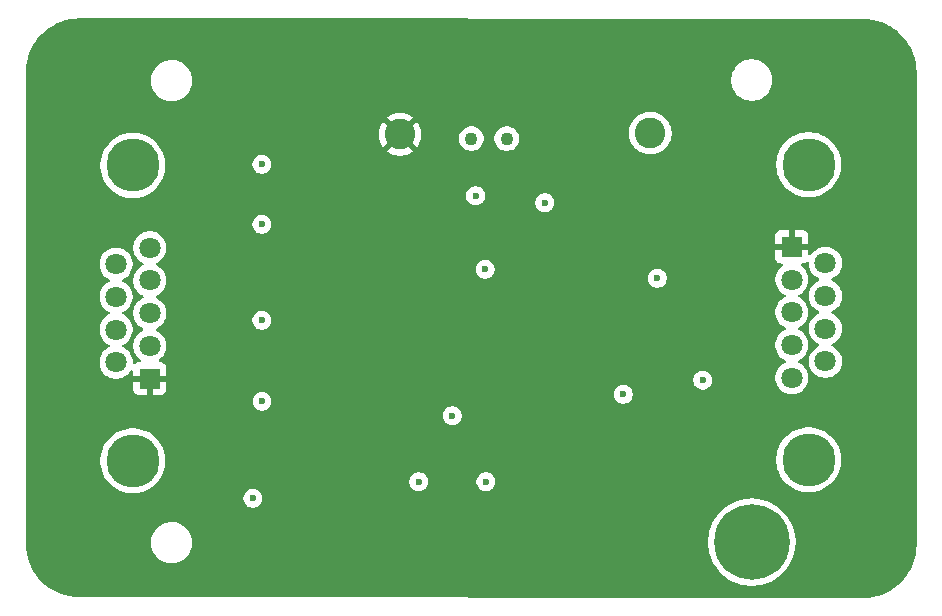
<source format=gbr>
%TF.GenerationSoftware,KiCad,Pcbnew,9.0.7*%
%TF.CreationDate,2026-01-30T16:00:42+01:00*%
%TF.ProjectId,icncconv,69636e63-636f-46e7-962e-6b696361645f,rev?*%
%TF.SameCoordinates,Original*%
%TF.FileFunction,Copper,L2,Inr*%
%TF.FilePolarity,Positive*%
%FSLAX46Y46*%
G04 Gerber Fmt 4.6, Leading zero omitted, Abs format (unit mm)*
G04 Created by KiCad (PCBNEW 9.0.7) date 2026-01-30 16:00:42*
%MOMM*%
%LPD*%
G01*
G04 APERTURE LIST*
%TA.AperFunction,ComponentPad*%
%ADD10C,6.400000*%
%TD*%
%TA.AperFunction,ComponentPad*%
%ADD11C,1.100000*%
%TD*%
%TA.AperFunction,ComponentPad*%
%ADD12C,1.800000*%
%TD*%
%TA.AperFunction,ComponentPad*%
%ADD13R,1.800000X1.800000*%
%TD*%
%TA.AperFunction,ComponentPad*%
%ADD14C,4.500000*%
%TD*%
%TA.AperFunction,ComponentPad*%
%ADD15C,2.600000*%
%TD*%
%TA.AperFunction,ViaPad*%
%ADD16C,0.250000*%
%TD*%
%TA.AperFunction,ViaPad*%
%ADD17C,0.600000*%
%TD*%
G04 APERTURE END LIST*
D10*
%TO.N,GNDS*%
%TO.C,H5*%
X176490000Y-119820000D03*
%TD*%
D11*
%TO.N,*%
%TO.C,SW1*%
X155750000Y-85650000D03*
X152750000Y-85650000D03*
%TD*%
D12*
%TO.N,COS+*%
%TO.C,J1*%
X125506047Y-100433112D03*
%TO.N,SIN+*%
X125506047Y-94893112D03*
%TO.N,SIN-*%
X125506047Y-97663112D03*
%TO.N,COS-*%
X125506047Y-103203112D03*
D13*
%TO.N,GND*%
X125506047Y-105973112D03*
D12*
%TO.N,IDX+*%
X122666047Y-96283112D03*
%TO.N,IDX-*%
X122666047Y-99053112D03*
%TO.N,SHIELD*%
X122666047Y-101823112D03*
%TO.N,+5V*%
X122666047Y-104593112D03*
D14*
%TO.N,GNDS*%
X124086047Y-87933112D03*
X124086047Y-112933112D03*
%TD*%
D15*
%TO.N,Net-(RV3-Pad2)*%
%TO.C,TP1*%
X167900000Y-85200000D03*
%TD*%
%TO.N,GND*%
%TO.C,TP2*%
X146700000Y-85300000D03*
%TD*%
D12*
%TO.N,A-*%
%TO.C,J3*%
X179880000Y-100360000D03*
%TO.N,Z-*%
X179880000Y-105900000D03*
%TO.N,B+*%
X179880000Y-103130000D03*
%TO.N,A+*%
X179880000Y-97590000D03*
D13*
%TO.N,GND*%
X179880000Y-94820000D03*
D12*
%TO.N,Z+*%
X182720000Y-104510000D03*
%TO.N,B-*%
X182720000Y-101740000D03*
%TO.N,SHIELD*%
X182720000Y-98970000D03*
%TO.N,+5V*%
X182720000Y-96200000D03*
D14*
%TO.N,GNDS*%
X181300000Y-112860000D03*
X181300000Y-87860000D03*
%TD*%
D16*
%TO.N,GND*%
X127940000Y-96330000D03*
X127940000Y-99720000D03*
X127940000Y-97440000D03*
X127940000Y-102000000D03*
X127930000Y-89890000D03*
X127920000Y-92036667D03*
X127920000Y-94183333D03*
X127850000Y-103280000D03*
X127840000Y-105186667D03*
X127850000Y-107093333D03*
X127940000Y-86490000D03*
X129960000Y-83880000D03*
X143940000Y-82430000D03*
X143950000Y-85040000D03*
X143970000Y-87380000D03*
X143960142Y-91599858D03*
X143950000Y-93250000D03*
X143950000Y-96520000D03*
X143940000Y-97580000D03*
X143960000Y-99946667D03*
X143960000Y-102313333D03*
X143940000Y-104680000D03*
X143970000Y-105760000D03*
D17*
X140830000Y-86210000D03*
X142180000Y-101030000D03*
X140820000Y-107760000D03*
X142190000Y-92870000D03*
X130020000Y-101110000D03*
%TO.N,ICNV_VREF*%
X135010000Y-87840000D03*
X135010000Y-92920000D03*
X135010000Y-101030000D03*
X135020000Y-107890000D03*
%TO.N,GND*%
X136720000Y-117555000D03*
%TO.N,+5V*%
X134250000Y-116115000D03*
%TO.N,GND*%
X145960000Y-116135000D03*
D16*
X139940000Y-82440000D03*
X143960000Y-89620000D03*
X141940000Y-82425000D03*
X137940000Y-82425000D03*
X135940000Y-82425000D03*
X133940000Y-82425000D03*
X131950000Y-83160000D03*
X127970000Y-84635000D03*
X127940000Y-88345000D03*
D17*
X131550000Y-108070000D03*
D16*
X127870000Y-109000000D03*
X131897500Y-109000000D03*
X135925000Y-109000000D03*
X139952500Y-109000000D03*
X143980000Y-109000000D03*
D17*
%TO.N,+5V*%
X153910000Y-96720000D03*
D16*
%TO.N,GND*%
X130010000Y-84565000D03*
D17*
X130020000Y-92895000D03*
X160300000Y-108990000D03*
X167810000Y-117730000D03*
X173680000Y-93590000D03*
X173670000Y-96231750D03*
X173750000Y-99350000D03*
X173550000Y-102070000D03*
X173550000Y-104550000D03*
X173490000Y-107300000D03*
%TO.N,+5V*%
X172330000Y-106100000D03*
%TO.N,GND*%
X148288000Y-109000000D03*
X151090000Y-114700000D03*
X153979000Y-109000000D03*
X154900000Y-105800000D03*
X157967500Y-94490000D03*
X157209500Y-109000000D03*
X162492300Y-98919750D03*
X161175000Y-88975000D03*
X165675000Y-110440000D03*
X145057500Y-109000000D03*
%TO.N,ICNV_VREF*%
X158960000Y-91080000D03*
X151130000Y-109110000D03*
%TO.N,+5V*%
X148288000Y-114700000D03*
X153100000Y-90500000D03*
X153979000Y-114700000D03*
X165600000Y-107310000D03*
X168492300Y-97472550D03*
%TD*%
%TA.AperFunction,Conductor*%
%TO.N,GND*%
G36*
X185878387Y-75534916D02*
G01*
X185878577Y-75534967D01*
X185941870Y-75534966D01*
X185947180Y-75535084D01*
X186331244Y-75551849D01*
X186341978Y-75552789D01*
X186720451Y-75602614D01*
X186731070Y-75604486D01*
X187103770Y-75687108D01*
X187114185Y-75689899D01*
X187478243Y-75804684D01*
X187488386Y-75808375D01*
X187841082Y-75954462D01*
X187850842Y-75959014D01*
X188090837Y-76083946D01*
X188189442Y-76135276D01*
X188198810Y-76140685D01*
X188520734Y-76345770D01*
X188529596Y-76351975D01*
X188832422Y-76584338D01*
X188840709Y-76591291D01*
X189122138Y-76849170D01*
X189129787Y-76856819D01*
X189387669Y-77138245D01*
X189394622Y-77146532D01*
X189626987Y-77449350D01*
X189633192Y-77458211D01*
X189838284Y-77780138D01*
X189843693Y-77789506D01*
X190019950Y-78128086D01*
X190024522Y-78137891D01*
X190170595Y-78490536D01*
X190174295Y-78500701D01*
X190289082Y-78864751D01*
X190291881Y-78875199D01*
X190374497Y-79247841D01*
X190376376Y-79258495D01*
X190426202Y-79636936D01*
X190427144Y-79647710D01*
X190443848Y-80030208D01*
X190443966Y-80035618D01*
X190443966Y-119968573D01*
X190443965Y-119968577D01*
X190443965Y-119981755D01*
X190443965Y-119998748D01*
X190443965Y-120031764D01*
X190443847Y-120037172D01*
X190427083Y-120421220D01*
X190426140Y-120431997D01*
X190376320Y-120810429D01*
X190374442Y-120821082D01*
X190291827Y-121193745D01*
X190289027Y-121204194D01*
X190174248Y-121568231D01*
X190170548Y-121578396D01*
X190024479Y-121931040D01*
X190019907Y-121940845D01*
X189843659Y-122279416D01*
X189838251Y-122288784D01*
X189633157Y-122610719D01*
X189626952Y-122619580D01*
X189394592Y-122922398D01*
X189387638Y-122930685D01*
X189129759Y-123212110D01*
X189122110Y-123219759D01*
X188840685Y-123477638D01*
X188832398Y-123484592D01*
X188529580Y-123716952D01*
X188520719Y-123723157D01*
X188198784Y-123928251D01*
X188189416Y-123933659D01*
X187850845Y-124109907D01*
X187841040Y-124114479D01*
X187488396Y-124260548D01*
X187478231Y-124264248D01*
X187114194Y-124379027D01*
X187103745Y-124381827D01*
X186731082Y-124464442D01*
X186720429Y-124466320D01*
X186341997Y-124516140D01*
X186331219Y-124517083D01*
X185947225Y-124533844D01*
X185941722Y-124533962D01*
X119610299Y-124482668D01*
X119610296Y-124482668D01*
X119602125Y-124482661D01*
X119601934Y-124482611D01*
X119538638Y-124482611D01*
X119538630Y-124482608D01*
X119533330Y-124482493D01*
X119522450Y-124482018D01*
X119149287Y-124465729D01*
X119138511Y-124464786D01*
X118760079Y-124414968D01*
X118749426Y-124413090D01*
X118376759Y-124330475D01*
X118366309Y-124327675D01*
X118002268Y-124212896D01*
X117992113Y-124209200D01*
X117639440Y-124063122D01*
X117629657Y-124058560D01*
X117291070Y-123882305D01*
X117281702Y-123876896D01*
X116959778Y-123671811D01*
X116950916Y-123665606D01*
X116648089Y-123433242D01*
X116639802Y-123426289D01*
X116626314Y-123413930D01*
X116358373Y-123168410D01*
X116350724Y-123160761D01*
X116201450Y-122997859D01*
X116092838Y-122879331D01*
X116085906Y-122871070D01*
X115853515Y-122568216D01*
X115847322Y-122559370D01*
X115746424Y-122400994D01*
X115642227Y-122237439D01*
X115636820Y-122228073D01*
X115460564Y-121889493D01*
X115455992Y-121879689D01*
X115338295Y-121595546D01*
X115309917Y-121527036D01*
X115306220Y-121516878D01*
X115191433Y-121152828D01*
X115188640Y-121142402D01*
X115106015Y-120769713D01*
X115104142Y-120759086D01*
X115054315Y-120380620D01*
X115053375Y-120369882D01*
X115037074Y-119996544D01*
X115036665Y-119987164D01*
X115036547Y-119981755D01*
X115036547Y-119760258D01*
X125629500Y-119760258D01*
X125629500Y-119989741D01*
X125635745Y-120037172D01*
X125659452Y-120217238D01*
X125700347Y-120369863D01*
X125718842Y-120438887D01*
X125806650Y-120650876D01*
X125806657Y-120650890D01*
X125921392Y-120849617D01*
X126061081Y-121031661D01*
X126061089Y-121031670D01*
X126223330Y-121193911D01*
X126223338Y-121193918D01*
X126405382Y-121333607D01*
X126405385Y-121333608D01*
X126405388Y-121333611D01*
X126604112Y-121448344D01*
X126604117Y-121448346D01*
X126604123Y-121448349D01*
X126695480Y-121486190D01*
X126816113Y-121536158D01*
X127037762Y-121595548D01*
X127265266Y-121625500D01*
X127265273Y-121625500D01*
X127494727Y-121625500D01*
X127494734Y-121625500D01*
X127722238Y-121595548D01*
X127943887Y-121536158D01*
X128155888Y-121448344D01*
X128354612Y-121333611D01*
X128536661Y-121193919D01*
X128536665Y-121193914D01*
X128536670Y-121193911D01*
X128698911Y-121031670D01*
X128698914Y-121031665D01*
X128698919Y-121031661D01*
X128838611Y-120849612D01*
X128953344Y-120650888D01*
X129041158Y-120438887D01*
X129100548Y-120217238D01*
X129130500Y-119989734D01*
X129130500Y-119760266D01*
X129114430Y-119638206D01*
X172789500Y-119638206D01*
X172789500Y-120001794D01*
X172800337Y-120111829D01*
X172825137Y-120363630D01*
X172896064Y-120720212D01*
X172896067Y-120720223D01*
X173001614Y-121068165D01*
X173140754Y-121404078D01*
X173140756Y-121404083D01*
X173312140Y-121724720D01*
X173312144Y-121724727D01*
X173312147Y-121724732D01*
X173419030Y-121884694D01*
X173514140Y-122027035D01*
X173514150Y-122027049D01*
X173744807Y-122308106D01*
X174001893Y-122565192D01*
X174001898Y-122565196D01*
X174001899Y-122565197D01*
X174282956Y-122795854D01*
X174585268Y-122997853D01*
X174585277Y-122997858D01*
X174585279Y-122997859D01*
X174905916Y-123169243D01*
X174905918Y-123169243D01*
X174905924Y-123169247D01*
X175241836Y-123308386D01*
X175589767Y-123413930D01*
X175589773Y-123413931D01*
X175589776Y-123413932D01*
X175589787Y-123413935D01*
X175910051Y-123477638D01*
X175946369Y-123484862D01*
X176308206Y-123520500D01*
X176308209Y-123520500D01*
X176671791Y-123520500D01*
X176671794Y-123520500D01*
X177033631Y-123484862D01*
X177103045Y-123471054D01*
X177390212Y-123413935D01*
X177390223Y-123413932D01*
X177390223Y-123413931D01*
X177390233Y-123413930D01*
X177738164Y-123308386D01*
X178074076Y-123169247D01*
X178394732Y-122997853D01*
X178697044Y-122795854D01*
X178978101Y-122565197D01*
X179235197Y-122308101D01*
X179465854Y-122027044D01*
X179667853Y-121724732D01*
X179839247Y-121404076D01*
X179978386Y-121068164D01*
X180083930Y-120720233D01*
X180083932Y-120720223D01*
X180083935Y-120720212D01*
X180154862Y-120363630D01*
X180169280Y-120217240D01*
X180190500Y-120001794D01*
X180190500Y-119638206D01*
X180154862Y-119276369D01*
X180119604Y-119099112D01*
X180083935Y-118919787D01*
X180083932Y-118919776D01*
X180083931Y-118919773D01*
X180083930Y-118919767D01*
X179978386Y-118571836D01*
X179839247Y-118235924D01*
X179795699Y-118154452D01*
X179667859Y-117915279D01*
X179667858Y-117915277D01*
X179667853Y-117915268D01*
X179465854Y-117612956D01*
X179235197Y-117331899D01*
X179235196Y-117331898D01*
X179235192Y-117331893D01*
X178978106Y-117074807D01*
X178697049Y-116844150D01*
X178697048Y-116844149D01*
X178697044Y-116844146D01*
X178394732Y-116642147D01*
X178394727Y-116642144D01*
X178394720Y-116642140D01*
X178074083Y-116470756D01*
X178074078Y-116470754D01*
X177738165Y-116331614D01*
X177390223Y-116226067D01*
X177390212Y-116226064D01*
X177033630Y-116155137D01*
X176761111Y-116128296D01*
X176671794Y-116119500D01*
X176308206Y-116119500D01*
X176225679Y-116127628D01*
X175946369Y-116155137D01*
X175589787Y-116226064D01*
X175589776Y-116226067D01*
X175241834Y-116331614D01*
X174905921Y-116470754D01*
X174905916Y-116470756D01*
X174585279Y-116642140D01*
X174585261Y-116642151D01*
X174282964Y-116844140D01*
X174282950Y-116844150D01*
X174001893Y-117074807D01*
X173744807Y-117331893D01*
X173514150Y-117612950D01*
X173514140Y-117612964D01*
X173312151Y-117915261D01*
X173312140Y-117915279D01*
X173140756Y-118235916D01*
X173140754Y-118235921D01*
X173001614Y-118571834D01*
X172896067Y-118919776D01*
X172896064Y-118919787D01*
X172825137Y-119276369D01*
X172799886Y-119532759D01*
X172789500Y-119638206D01*
X129114430Y-119638206D01*
X129100548Y-119532762D01*
X129041158Y-119311113D01*
X128953344Y-119099112D01*
X128838611Y-118900388D01*
X128838608Y-118900385D01*
X128838607Y-118900382D01*
X128698918Y-118718338D01*
X128698911Y-118718330D01*
X128536670Y-118556089D01*
X128536661Y-118556081D01*
X128354617Y-118416392D01*
X128155890Y-118301657D01*
X128155876Y-118301650D01*
X127943887Y-118213842D01*
X127722238Y-118154452D01*
X127684215Y-118149446D01*
X127494741Y-118124500D01*
X127494734Y-118124500D01*
X127265266Y-118124500D01*
X127265258Y-118124500D01*
X127048715Y-118153009D01*
X127037762Y-118154452D01*
X126944076Y-118179554D01*
X126816112Y-118213842D01*
X126604123Y-118301650D01*
X126604109Y-118301657D01*
X126405382Y-118416392D01*
X126223338Y-118556081D01*
X126061081Y-118718338D01*
X125921392Y-118900382D01*
X125806657Y-119099109D01*
X125806650Y-119099123D01*
X125718842Y-119311112D01*
X125659453Y-119532759D01*
X125659451Y-119532770D01*
X125629500Y-119760258D01*
X115036547Y-119760258D01*
X115036547Y-116036153D01*
X133449500Y-116036153D01*
X133449500Y-116193846D01*
X133480261Y-116348489D01*
X133480264Y-116348501D01*
X133540602Y-116494172D01*
X133540609Y-116494185D01*
X133628210Y-116625288D01*
X133628213Y-116625292D01*
X133739707Y-116736786D01*
X133739711Y-116736789D01*
X133870814Y-116824390D01*
X133870827Y-116824397D01*
X134016498Y-116884735D01*
X134016503Y-116884737D01*
X134171153Y-116915499D01*
X134171156Y-116915500D01*
X134171158Y-116915500D01*
X134328844Y-116915500D01*
X134328845Y-116915499D01*
X134483497Y-116884737D01*
X134629179Y-116824394D01*
X134760289Y-116736789D01*
X134871789Y-116625289D01*
X134959394Y-116494179D01*
X135019737Y-116348497D01*
X135050500Y-116193842D01*
X135050500Y-116036158D01*
X135050500Y-116036155D01*
X135050499Y-116036153D01*
X135019738Y-115881510D01*
X135019737Y-115881503D01*
X135019735Y-115881498D01*
X134959397Y-115735827D01*
X134959390Y-115735814D01*
X134871789Y-115604711D01*
X134871786Y-115604707D01*
X134760292Y-115493213D01*
X134760288Y-115493210D01*
X134629185Y-115405609D01*
X134629172Y-115405602D01*
X134483501Y-115345264D01*
X134483489Y-115345261D01*
X134328845Y-115314500D01*
X134328842Y-115314500D01*
X134171158Y-115314500D01*
X134171155Y-115314500D01*
X134016510Y-115345261D01*
X134016498Y-115345264D01*
X133870827Y-115405602D01*
X133870814Y-115405609D01*
X133739711Y-115493210D01*
X133739707Y-115493213D01*
X133628213Y-115604707D01*
X133628210Y-115604711D01*
X133540609Y-115735814D01*
X133540602Y-115735827D01*
X133480264Y-115881498D01*
X133480261Y-115881510D01*
X133449500Y-116036153D01*
X115036547Y-116036153D01*
X115036547Y-112778640D01*
X121335547Y-112778640D01*
X121335547Y-113087583D01*
X121370133Y-113394549D01*
X121370136Y-113394567D01*
X121438878Y-113695747D01*
X121438882Y-113695759D01*
X121540909Y-113987334D01*
X121540915Y-113987348D01*
X121674950Y-114265674D01*
X121674952Y-114265677D01*
X121839312Y-114527255D01*
X122031927Y-114768786D01*
X122250373Y-114987232D01*
X122491904Y-115179847D01*
X122753482Y-115344207D01*
X123031818Y-115478247D01*
X123095413Y-115500500D01*
X123323399Y-115580276D01*
X123323411Y-115580280D01*
X123624595Y-115649023D01*
X123624601Y-115649023D01*
X123624609Y-115649025D01*
X123829253Y-115672082D01*
X123931576Y-115683611D01*
X123931579Y-115683612D01*
X123931582Y-115683612D01*
X124240515Y-115683612D01*
X124240516Y-115683611D01*
X124397403Y-115665934D01*
X124547484Y-115649025D01*
X124547489Y-115649024D01*
X124547499Y-115649023D01*
X124848683Y-115580280D01*
X125140276Y-115478247D01*
X125418612Y-115344207D01*
X125680190Y-115179847D01*
X125921721Y-114987232D01*
X126140167Y-114768786D01*
X126257901Y-114621153D01*
X147487500Y-114621153D01*
X147487500Y-114778846D01*
X147518261Y-114933489D01*
X147518264Y-114933501D01*
X147578602Y-115079172D01*
X147578609Y-115079185D01*
X147666210Y-115210288D01*
X147666213Y-115210292D01*
X147777707Y-115321786D01*
X147777711Y-115321789D01*
X147908814Y-115409390D01*
X147908827Y-115409397D01*
X148054498Y-115469735D01*
X148054503Y-115469737D01*
X148209153Y-115500499D01*
X148209156Y-115500500D01*
X148209158Y-115500500D01*
X148366844Y-115500500D01*
X148366845Y-115500499D01*
X148521497Y-115469737D01*
X148667179Y-115409394D01*
X148798289Y-115321789D01*
X148909789Y-115210289D01*
X148997394Y-115079179D01*
X149057737Y-114933497D01*
X149088500Y-114778842D01*
X149088500Y-114621158D01*
X149088500Y-114621155D01*
X149088499Y-114621153D01*
X153178500Y-114621153D01*
X153178500Y-114778846D01*
X153209261Y-114933489D01*
X153209264Y-114933501D01*
X153269602Y-115079172D01*
X153269609Y-115079185D01*
X153357210Y-115210288D01*
X153357213Y-115210292D01*
X153468707Y-115321786D01*
X153468711Y-115321789D01*
X153599814Y-115409390D01*
X153599827Y-115409397D01*
X153745498Y-115469735D01*
X153745503Y-115469737D01*
X153900153Y-115500499D01*
X153900156Y-115500500D01*
X153900158Y-115500500D01*
X154057844Y-115500500D01*
X154057845Y-115500499D01*
X154212497Y-115469737D01*
X154358179Y-115409394D01*
X154489289Y-115321789D01*
X154600789Y-115210289D01*
X154688394Y-115079179D01*
X154748737Y-114933497D01*
X154779500Y-114778842D01*
X154779500Y-114621158D01*
X154779500Y-114621155D01*
X154779499Y-114621153D01*
X154748737Y-114466503D01*
X154743617Y-114454141D01*
X154688397Y-114320827D01*
X154688390Y-114320814D01*
X154600789Y-114189711D01*
X154600786Y-114189707D01*
X154489292Y-114078213D01*
X154489288Y-114078210D01*
X154358185Y-113990609D01*
X154358172Y-113990602D01*
X154212501Y-113930264D01*
X154212489Y-113930261D01*
X154057845Y-113899500D01*
X154057842Y-113899500D01*
X153900158Y-113899500D01*
X153900155Y-113899500D01*
X153745510Y-113930261D01*
X153745498Y-113930264D01*
X153599827Y-113990602D01*
X153599814Y-113990609D01*
X153468711Y-114078210D01*
X153468707Y-114078213D01*
X153357213Y-114189707D01*
X153357210Y-114189711D01*
X153269609Y-114320814D01*
X153269602Y-114320827D01*
X153209264Y-114466498D01*
X153209261Y-114466510D01*
X153178500Y-114621153D01*
X149088499Y-114621153D01*
X149057737Y-114466503D01*
X149052617Y-114454141D01*
X148997397Y-114320827D01*
X148997390Y-114320814D01*
X148909789Y-114189711D01*
X148909786Y-114189707D01*
X148798292Y-114078213D01*
X148798288Y-114078210D01*
X148667185Y-113990609D01*
X148667172Y-113990602D01*
X148521501Y-113930264D01*
X148521489Y-113930261D01*
X148366845Y-113899500D01*
X148366842Y-113899500D01*
X148209158Y-113899500D01*
X148209155Y-113899500D01*
X148054510Y-113930261D01*
X148054498Y-113930264D01*
X147908827Y-113990602D01*
X147908814Y-113990609D01*
X147777711Y-114078210D01*
X147777707Y-114078213D01*
X147666213Y-114189707D01*
X147666210Y-114189711D01*
X147578609Y-114320814D01*
X147578602Y-114320827D01*
X147518264Y-114466498D01*
X147518261Y-114466510D01*
X147487500Y-114621153D01*
X126257901Y-114621153D01*
X126332782Y-114527255D01*
X126497142Y-114265677D01*
X126631182Y-113987341D01*
X126733215Y-113695748D01*
X126801958Y-113394564D01*
X126810196Y-113321455D01*
X126836546Y-113087583D01*
X126836547Y-113087579D01*
X126836547Y-112778644D01*
X126836546Y-112778642D01*
X126829482Y-112715940D01*
X126829482Y-112715939D01*
X126828309Y-112705528D01*
X178549500Y-112705528D01*
X178549500Y-113014471D01*
X178584086Y-113321437D01*
X178584089Y-113321455D01*
X178652831Y-113622635D01*
X178652835Y-113622647D01*
X178754862Y-113914222D01*
X178754868Y-113914236D01*
X178888903Y-114192562D01*
X178888905Y-114192565D01*
X179053265Y-114454143D01*
X179245880Y-114695674D01*
X179464326Y-114914120D01*
X179705857Y-115106735D01*
X179967435Y-115271095D01*
X180245771Y-115405135D01*
X180257951Y-115409397D01*
X180537352Y-115507164D01*
X180537364Y-115507168D01*
X180838548Y-115575911D01*
X180838554Y-115575911D01*
X180838562Y-115575913D01*
X181043206Y-115598970D01*
X181145529Y-115610499D01*
X181145532Y-115610500D01*
X181145535Y-115610500D01*
X181454468Y-115610500D01*
X181454469Y-115610499D01*
X181611356Y-115592822D01*
X181761437Y-115575913D01*
X181761442Y-115575912D01*
X181761452Y-115575911D01*
X182062636Y-115507168D01*
X182354229Y-115405135D01*
X182632565Y-115271095D01*
X182894143Y-115106735D01*
X183135674Y-114914120D01*
X183354120Y-114695674D01*
X183546735Y-114454143D01*
X183711095Y-114192565D01*
X183845135Y-113914229D01*
X183947168Y-113622636D01*
X184015911Y-113321452D01*
X184050500Y-113014465D01*
X184050500Y-112705535D01*
X184038970Y-112603206D01*
X184015913Y-112398562D01*
X184015910Y-112398544D01*
X183947168Y-112097364D01*
X183947164Y-112097352D01*
X183845137Y-111805777D01*
X183845135Y-111805771D01*
X183711095Y-111527435D01*
X183546735Y-111265857D01*
X183354120Y-111024326D01*
X183135674Y-110805880D01*
X182894143Y-110613265D01*
X182632565Y-110448905D01*
X182632562Y-110448903D01*
X182354236Y-110314868D01*
X182354222Y-110314862D01*
X182062647Y-110212835D01*
X182062635Y-110212831D01*
X181761455Y-110144089D01*
X181761437Y-110144086D01*
X181454471Y-110109500D01*
X181454465Y-110109500D01*
X181145535Y-110109500D01*
X181145528Y-110109500D01*
X180838562Y-110144086D01*
X180838544Y-110144089D01*
X180537364Y-110212831D01*
X180537352Y-110212835D01*
X180245777Y-110314862D01*
X180245763Y-110314868D01*
X179967437Y-110448903D01*
X179705858Y-110613264D01*
X179464326Y-110805879D01*
X179245879Y-111024326D01*
X179053264Y-111265858D01*
X178888903Y-111527437D01*
X178754868Y-111805763D01*
X178754862Y-111805777D01*
X178652835Y-112097352D01*
X178652831Y-112097364D01*
X178584089Y-112398544D01*
X178584086Y-112398562D01*
X178549500Y-112705528D01*
X126828309Y-112705528D01*
X126801960Y-112471674D01*
X126801957Y-112471656D01*
X126733215Y-112170476D01*
X126733211Y-112170464D01*
X126631184Y-111878889D01*
X126631182Y-111878883D01*
X126497142Y-111600547D01*
X126332782Y-111338969D01*
X126140167Y-111097438D01*
X125921721Y-110878992D01*
X125680190Y-110686377D01*
X125418612Y-110522017D01*
X125418609Y-110522015D01*
X125140283Y-110387980D01*
X125140269Y-110387974D01*
X124848694Y-110285947D01*
X124848682Y-110285943D01*
X124547502Y-110217201D01*
X124547484Y-110217198D01*
X124240518Y-110182612D01*
X124240512Y-110182612D01*
X123931582Y-110182612D01*
X123931575Y-110182612D01*
X123624609Y-110217198D01*
X123624591Y-110217201D01*
X123323411Y-110285943D01*
X123323399Y-110285947D01*
X123031824Y-110387974D01*
X123031810Y-110387980D01*
X122753484Y-110522015D01*
X122491905Y-110686376D01*
X122250373Y-110878991D01*
X122031926Y-111097438D01*
X121839311Y-111338970D01*
X121674950Y-111600549D01*
X121540915Y-111878875D01*
X121540909Y-111878889D01*
X121438882Y-112170464D01*
X121438878Y-112170476D01*
X121370136Y-112471656D01*
X121370133Y-112471674D01*
X121335547Y-112778640D01*
X115036547Y-112778640D01*
X115036547Y-109031153D01*
X150329500Y-109031153D01*
X150329500Y-109188846D01*
X150360261Y-109343489D01*
X150360264Y-109343501D01*
X150420602Y-109489172D01*
X150420609Y-109489185D01*
X150508210Y-109620288D01*
X150508213Y-109620292D01*
X150619707Y-109731786D01*
X150619711Y-109731789D01*
X150750814Y-109819390D01*
X150750827Y-109819397D01*
X150896498Y-109879735D01*
X150896503Y-109879737D01*
X151051153Y-109910499D01*
X151051156Y-109910500D01*
X151051158Y-109910500D01*
X151208844Y-109910500D01*
X151208845Y-109910499D01*
X151363497Y-109879737D01*
X151509179Y-109819394D01*
X151640289Y-109731789D01*
X151751789Y-109620289D01*
X151839394Y-109489179D01*
X151899737Y-109343497D01*
X151930500Y-109188842D01*
X151930500Y-109031158D01*
X151930500Y-109031155D01*
X151930499Y-109031153D01*
X151899738Y-108876510D01*
X151899737Y-108876503D01*
X151899735Y-108876498D01*
X151839397Y-108730827D01*
X151839390Y-108730814D01*
X151751789Y-108599711D01*
X151751786Y-108599707D01*
X151640292Y-108488213D01*
X151640288Y-108488210D01*
X151509185Y-108400609D01*
X151509172Y-108400602D01*
X151363501Y-108340264D01*
X151363489Y-108340261D01*
X151208845Y-108309500D01*
X151208842Y-108309500D01*
X151051158Y-108309500D01*
X151051155Y-108309500D01*
X150896510Y-108340261D01*
X150896498Y-108340264D01*
X150750827Y-108400602D01*
X150750814Y-108400609D01*
X150619711Y-108488210D01*
X150619707Y-108488213D01*
X150508213Y-108599707D01*
X150508210Y-108599711D01*
X150420609Y-108730814D01*
X150420602Y-108730827D01*
X150360264Y-108876498D01*
X150360261Y-108876510D01*
X150329500Y-109031153D01*
X115036547Y-109031153D01*
X115036547Y-107811153D01*
X134219500Y-107811153D01*
X134219500Y-107968846D01*
X134250261Y-108123489D01*
X134250264Y-108123501D01*
X134310602Y-108269172D01*
X134310609Y-108269185D01*
X134398210Y-108400288D01*
X134398213Y-108400292D01*
X134509707Y-108511786D01*
X134509711Y-108511789D01*
X134640814Y-108599390D01*
X134640827Y-108599397D01*
X134786498Y-108659735D01*
X134786503Y-108659737D01*
X134941153Y-108690499D01*
X134941156Y-108690500D01*
X134941158Y-108690500D01*
X135098844Y-108690500D01*
X135098845Y-108690499D01*
X135253497Y-108659737D01*
X135398414Y-108599711D01*
X135399172Y-108599397D01*
X135399172Y-108599396D01*
X135399179Y-108599394D01*
X135530289Y-108511789D01*
X135641789Y-108400289D01*
X135729394Y-108269179D01*
X135789737Y-108123497D01*
X135820500Y-107968842D01*
X135820500Y-107811158D01*
X135820500Y-107811155D01*
X135820499Y-107811153D01*
X135796238Y-107689185D01*
X135789737Y-107656503D01*
X135789735Y-107656498D01*
X135729397Y-107510827D01*
X135729390Y-107510814D01*
X135641789Y-107379711D01*
X135641786Y-107379707D01*
X135530292Y-107268213D01*
X135530288Y-107268210D01*
X135474829Y-107231153D01*
X164799500Y-107231153D01*
X164799500Y-107388846D01*
X164830261Y-107543489D01*
X164830264Y-107543501D01*
X164890602Y-107689172D01*
X164890609Y-107689185D01*
X164978210Y-107820288D01*
X164978213Y-107820292D01*
X165089707Y-107931786D01*
X165089711Y-107931789D01*
X165220814Y-108019390D01*
X165220827Y-108019397D01*
X165366498Y-108079735D01*
X165366503Y-108079737D01*
X165521153Y-108110499D01*
X165521156Y-108110500D01*
X165521158Y-108110500D01*
X165678844Y-108110500D01*
X165678845Y-108110499D01*
X165833497Y-108079737D01*
X165979179Y-108019394D01*
X166110289Y-107931789D01*
X166221789Y-107820289D01*
X166309394Y-107689179D01*
X166369737Y-107543497D01*
X166400500Y-107388842D01*
X166400500Y-107231158D01*
X166400500Y-107231155D01*
X166400499Y-107231153D01*
X166393884Y-107197896D01*
X166369737Y-107076503D01*
X166329965Y-106980484D01*
X166309397Y-106930827D01*
X166309390Y-106930814D01*
X166221789Y-106799711D01*
X166221786Y-106799707D01*
X166110292Y-106688213D01*
X166110288Y-106688210D01*
X165979185Y-106600609D01*
X165979172Y-106600602D01*
X165833501Y-106540264D01*
X165833489Y-106540261D01*
X165678845Y-106509500D01*
X165678842Y-106509500D01*
X165521158Y-106509500D01*
X165521155Y-106509500D01*
X165366510Y-106540261D01*
X165366498Y-106540264D01*
X165220827Y-106600602D01*
X165220814Y-106600609D01*
X165089711Y-106688210D01*
X165089707Y-106688213D01*
X164978213Y-106799707D01*
X164978210Y-106799711D01*
X164890609Y-106930814D01*
X164890602Y-106930827D01*
X164830264Y-107076498D01*
X164830261Y-107076510D01*
X164799500Y-107231153D01*
X135474829Y-107231153D01*
X135399185Y-107180609D01*
X135399172Y-107180602D01*
X135253501Y-107120264D01*
X135253489Y-107120261D01*
X135098845Y-107089500D01*
X135098842Y-107089500D01*
X134941158Y-107089500D01*
X134941155Y-107089500D01*
X134786510Y-107120261D01*
X134786498Y-107120264D01*
X134640827Y-107180602D01*
X134640814Y-107180609D01*
X134509711Y-107268210D01*
X134509707Y-107268213D01*
X134398213Y-107379707D01*
X134398210Y-107379711D01*
X134310609Y-107510814D01*
X134310602Y-107510827D01*
X134250264Y-107656498D01*
X134250261Y-107656510D01*
X134219500Y-107811153D01*
X115036547Y-107811153D01*
X115036547Y-96172890D01*
X121265547Y-96172890D01*
X121265547Y-96393333D01*
X121300032Y-96611064D01*
X121368150Y-96820715D01*
X121368151Y-96820718D01*
X121423369Y-96929086D01*
X121440270Y-96962257D01*
X121468234Y-97017137D01*
X121597799Y-97195470D01*
X121597803Y-97195475D01*
X121753683Y-97351355D01*
X121753688Y-97351359D01*
X121932023Y-97480926D01*
X122082556Y-97557628D01*
X122133351Y-97605602D01*
X122150146Y-97673423D01*
X122127608Y-97739558D01*
X122082556Y-97778596D01*
X121932023Y-97855297D01*
X121753688Y-97984864D01*
X121753683Y-97984868D01*
X121597803Y-98140748D01*
X121597799Y-98140753D01*
X121468234Y-98319086D01*
X121368151Y-98515505D01*
X121368150Y-98515508D01*
X121300032Y-98725159D01*
X121265547Y-98942890D01*
X121265547Y-99163333D01*
X121300032Y-99381064D01*
X121368150Y-99590715D01*
X121368151Y-99590718D01*
X121468234Y-99787137D01*
X121597799Y-99965470D01*
X121597803Y-99965475D01*
X121753683Y-100121355D01*
X121753688Y-100121359D01*
X121932023Y-100250926D01*
X122082556Y-100327628D01*
X122133351Y-100375602D01*
X122150146Y-100443423D01*
X122127608Y-100509558D01*
X122082556Y-100548596D01*
X121932023Y-100625297D01*
X121753688Y-100754864D01*
X121753683Y-100754868D01*
X121597803Y-100910748D01*
X121597799Y-100910753D01*
X121468234Y-101089086D01*
X121368151Y-101285505D01*
X121368150Y-101285508D01*
X121300032Y-101495159D01*
X121265547Y-101712890D01*
X121265547Y-101933333D01*
X121300032Y-102151064D01*
X121368150Y-102360715D01*
X121368151Y-102360718D01*
X121468234Y-102557137D01*
X121597799Y-102735470D01*
X121597803Y-102735475D01*
X121753683Y-102891355D01*
X121753688Y-102891359D01*
X121932023Y-103020926D01*
X122082556Y-103097628D01*
X122133351Y-103145602D01*
X122150146Y-103213423D01*
X122127608Y-103279558D01*
X122082556Y-103318596D01*
X121932023Y-103395297D01*
X121753688Y-103524864D01*
X121753683Y-103524868D01*
X121597803Y-103680748D01*
X121597799Y-103680753D01*
X121468234Y-103859086D01*
X121368151Y-104055505D01*
X121368150Y-104055508D01*
X121300032Y-104265159D01*
X121265547Y-104482890D01*
X121265547Y-104703333D01*
X121300032Y-104921064D01*
X121368150Y-105130715D01*
X121368151Y-105130718D01*
X121425884Y-105244022D01*
X121460532Y-105312023D01*
X121468234Y-105327137D01*
X121597799Y-105505470D01*
X121597803Y-105505475D01*
X121753683Y-105661355D01*
X121753688Y-105661359D01*
X121835540Y-105720827D01*
X121932025Y-105790927D01*
X122060422Y-105856349D01*
X122128440Y-105891007D01*
X122128443Y-105891008D01*
X122188435Y-105910500D01*
X122338096Y-105959127D01*
X122555825Y-105993612D01*
X122555826Y-105993612D01*
X122776268Y-105993612D01*
X122776269Y-105993612D01*
X122993998Y-105959127D01*
X123143659Y-105910500D01*
X123184794Y-105897135D01*
X123203650Y-105891008D01*
X123203653Y-105891007D01*
X123233078Y-105876014D01*
X123400069Y-105790927D01*
X123578412Y-105661354D01*
X123734289Y-105505477D01*
X123863862Y-105327134D01*
X123871562Y-105312021D01*
X123919535Y-105261226D01*
X123987356Y-105244430D01*
X124053491Y-105266966D01*
X124096943Y-105321681D01*
X124106047Y-105368316D01*
X124106047Y-105723112D01*
X125015285Y-105723112D01*
X124993517Y-105760815D01*
X124956035Y-105900702D01*
X124956035Y-106045522D01*
X124993517Y-106185409D01*
X125015285Y-106223112D01*
X124106047Y-106223112D01*
X124106047Y-106920956D01*
X124112448Y-106980484D01*
X124112450Y-106980491D01*
X124162692Y-107115198D01*
X124162696Y-107115205D01*
X124248856Y-107230299D01*
X124248859Y-107230302D01*
X124363953Y-107316462D01*
X124363960Y-107316466D01*
X124498667Y-107366708D01*
X124498674Y-107366710D01*
X124558202Y-107373111D01*
X124558219Y-107373112D01*
X125256047Y-107373112D01*
X125256047Y-106463873D01*
X125293750Y-106485642D01*
X125433637Y-106523124D01*
X125578457Y-106523124D01*
X125718344Y-106485642D01*
X125756047Y-106463873D01*
X125756047Y-107373112D01*
X126453875Y-107373112D01*
X126453891Y-107373111D01*
X126513419Y-107366710D01*
X126513426Y-107366708D01*
X126648133Y-107316466D01*
X126648140Y-107316462D01*
X126763234Y-107230302D01*
X126763237Y-107230299D01*
X126849397Y-107115205D01*
X126849401Y-107115198D01*
X126899643Y-106980491D01*
X126899645Y-106980484D01*
X126906046Y-106920956D01*
X126906047Y-106920939D01*
X126906047Y-106223112D01*
X125996809Y-106223112D01*
X126018577Y-106185409D01*
X126056059Y-106045522D01*
X126056059Y-106021153D01*
X171529500Y-106021153D01*
X171529500Y-106178846D01*
X171560261Y-106333489D01*
X171560264Y-106333501D01*
X171620602Y-106479172D01*
X171620609Y-106479185D01*
X171708210Y-106610288D01*
X171708213Y-106610292D01*
X171819707Y-106721786D01*
X171819711Y-106721789D01*
X171950814Y-106809390D01*
X171950827Y-106809397D01*
X172096498Y-106869735D01*
X172096503Y-106869737D01*
X172251153Y-106900499D01*
X172251156Y-106900500D01*
X172251158Y-106900500D01*
X172408844Y-106900500D01*
X172408845Y-106900499D01*
X172563497Y-106869737D01*
X172676166Y-106823067D01*
X172709172Y-106809397D01*
X172709172Y-106809396D01*
X172709179Y-106809394D01*
X172840289Y-106721789D01*
X172951789Y-106610289D01*
X173039394Y-106479179D01*
X173099737Y-106333497D01*
X173130500Y-106178842D01*
X173130500Y-106021158D01*
X173130500Y-106021155D01*
X173130499Y-106021153D01*
X173118161Y-105959126D01*
X173099737Y-105866503D01*
X173099735Y-105866498D01*
X173039397Y-105720827D01*
X173039390Y-105720814D01*
X172951789Y-105589711D01*
X172951786Y-105589707D01*
X172840292Y-105478213D01*
X172840288Y-105478210D01*
X172709185Y-105390609D01*
X172709172Y-105390602D01*
X172563501Y-105330264D01*
X172563489Y-105330261D01*
X172408845Y-105299500D01*
X172408842Y-105299500D01*
X172251158Y-105299500D01*
X172251155Y-105299500D01*
X172096510Y-105330261D01*
X172096498Y-105330264D01*
X171950827Y-105390602D01*
X171950814Y-105390609D01*
X171819711Y-105478210D01*
X171819707Y-105478213D01*
X171708213Y-105589707D01*
X171708210Y-105589711D01*
X171620609Y-105720814D01*
X171620602Y-105720827D01*
X171560264Y-105866498D01*
X171560261Y-105866510D01*
X171529500Y-106021153D01*
X126056059Y-106021153D01*
X126056059Y-105900702D01*
X126018577Y-105760815D01*
X125996809Y-105723112D01*
X126906047Y-105723112D01*
X126906047Y-105025284D01*
X126906046Y-105025267D01*
X126899645Y-104965739D01*
X126899643Y-104965732D01*
X126849401Y-104831025D01*
X126849397Y-104831018D01*
X126763237Y-104715924D01*
X126763234Y-104715921D01*
X126648140Y-104629761D01*
X126648133Y-104629757D01*
X126513426Y-104579515D01*
X126513419Y-104579513D01*
X126453891Y-104573112D01*
X126384710Y-104573112D01*
X126317671Y-104553427D01*
X126271916Y-104500623D01*
X126261972Y-104431465D01*
X126290997Y-104367909D01*
X126311822Y-104348795D01*
X126418412Y-104271354D01*
X126574289Y-104115477D01*
X126703862Y-103937134D01*
X126803942Y-103740718D01*
X126872062Y-103531063D01*
X126906547Y-103313334D01*
X126906547Y-103092890D01*
X126872062Y-102875161D01*
X126803942Y-102665506D01*
X126803942Y-102665505D01*
X126766689Y-102592393D01*
X126703862Y-102469090D01*
X126687307Y-102446304D01*
X126574294Y-102290753D01*
X126574290Y-102290748D01*
X126418410Y-102134868D01*
X126418405Y-102134864D01*
X126240072Y-102005299D01*
X126240071Y-102005298D01*
X126240069Y-102005297D01*
X126089537Y-101928596D01*
X126038742Y-101880622D01*
X126021947Y-101812801D01*
X126044485Y-101746666D01*
X126089538Y-101707627D01*
X126240069Y-101630927D01*
X126418412Y-101501354D01*
X126574289Y-101345477D01*
X126703862Y-101167134D01*
X126803942Y-100970718D01*
X126803944Y-100970712D01*
X126810299Y-100951153D01*
X134209500Y-100951153D01*
X134209500Y-101108846D01*
X134240261Y-101263489D01*
X134240264Y-101263501D01*
X134300602Y-101409172D01*
X134300609Y-101409185D01*
X134388210Y-101540288D01*
X134388213Y-101540292D01*
X134499707Y-101651786D01*
X134499711Y-101651789D01*
X134630814Y-101739390D01*
X134630827Y-101739397D01*
X134690189Y-101763985D01*
X134776503Y-101799737D01*
X134895580Y-101823423D01*
X134931153Y-101830499D01*
X134931156Y-101830500D01*
X134931158Y-101830500D01*
X135088844Y-101830500D01*
X135088845Y-101830499D01*
X135243497Y-101799737D01*
X135389179Y-101739394D01*
X135520289Y-101651789D01*
X135631789Y-101540289D01*
X135719394Y-101409179D01*
X135779737Y-101263497D01*
X135810500Y-101108842D01*
X135810500Y-100951158D01*
X135810500Y-100951155D01*
X135810499Y-100951153D01*
X135799847Y-100897603D01*
X135779737Y-100796503D01*
X135765058Y-100761064D01*
X135719397Y-100650827D01*
X135719390Y-100650814D01*
X135631789Y-100519711D01*
X135631786Y-100519707D01*
X135520292Y-100408213D01*
X135520288Y-100408210D01*
X135389185Y-100320609D01*
X135389172Y-100320602D01*
X135243501Y-100260264D01*
X135243489Y-100260261D01*
X135088845Y-100229500D01*
X135088842Y-100229500D01*
X134931158Y-100229500D01*
X134931155Y-100229500D01*
X134776510Y-100260261D01*
X134776498Y-100260264D01*
X134630827Y-100320602D01*
X134630814Y-100320609D01*
X134499711Y-100408210D01*
X134499707Y-100408213D01*
X134388213Y-100519707D01*
X134388210Y-100519711D01*
X134300609Y-100650814D01*
X134300602Y-100650827D01*
X134240264Y-100796498D01*
X134240261Y-100796510D01*
X134209500Y-100951153D01*
X126810299Y-100951153D01*
X126824727Y-100906749D01*
X126824727Y-100906748D01*
X126850432Y-100827635D01*
X126872062Y-100761063D01*
X126906547Y-100543334D01*
X126906547Y-100322890D01*
X126872062Y-100105161D01*
X126803942Y-99895506D01*
X126803942Y-99895505D01*
X126766689Y-99822393D01*
X126703862Y-99699090D01*
X126687307Y-99676304D01*
X126574294Y-99520753D01*
X126574290Y-99520748D01*
X126418410Y-99364868D01*
X126418405Y-99364864D01*
X126240072Y-99235299D01*
X126240071Y-99235298D01*
X126240069Y-99235297D01*
X126089537Y-99158596D01*
X126038742Y-99110622D01*
X126021947Y-99042801D01*
X126044485Y-98976666D01*
X126089538Y-98937627D01*
X126240069Y-98860927D01*
X126418412Y-98731354D01*
X126574289Y-98575477D01*
X126703862Y-98397134D01*
X126803942Y-98200718D01*
X126872062Y-97991063D01*
X126906547Y-97773334D01*
X126906547Y-97552890D01*
X126872062Y-97335161D01*
X126803942Y-97125506D01*
X126803942Y-97125505D01*
X126766689Y-97052393D01*
X126703862Y-96929090D01*
X126687307Y-96906304D01*
X126574294Y-96750753D01*
X126574290Y-96750748D01*
X126464695Y-96641153D01*
X153109500Y-96641153D01*
X153109500Y-96798846D01*
X153140261Y-96953489D01*
X153140264Y-96953501D01*
X153200602Y-97099172D01*
X153200609Y-97099185D01*
X153288210Y-97230288D01*
X153288213Y-97230292D01*
X153399707Y-97341786D01*
X153399711Y-97341789D01*
X153530814Y-97429390D01*
X153530827Y-97429397D01*
X153676498Y-97489735D01*
X153676503Y-97489737D01*
X153831153Y-97520499D01*
X153831156Y-97520500D01*
X153831158Y-97520500D01*
X153988844Y-97520500D01*
X153988845Y-97520499D01*
X154143497Y-97489737D01*
X154289179Y-97429394D01*
X154342594Y-97393703D01*
X167691800Y-97393703D01*
X167691800Y-97551396D01*
X167722561Y-97706039D01*
X167722564Y-97706051D01*
X167782902Y-97851722D01*
X167782909Y-97851735D01*
X167870510Y-97982838D01*
X167870513Y-97982842D01*
X167982007Y-98094336D01*
X167982011Y-98094339D01*
X168113114Y-98181940D01*
X168113127Y-98181947D01*
X168258798Y-98242285D01*
X168258803Y-98242287D01*
X168413453Y-98273049D01*
X168413456Y-98273050D01*
X168413458Y-98273050D01*
X168571144Y-98273050D01*
X168571145Y-98273049D01*
X168725797Y-98242287D01*
X168871479Y-98181944D01*
X169002589Y-98094339D01*
X169114089Y-97982839D01*
X169201694Y-97851729D01*
X169262037Y-97706047D01*
X169292800Y-97551392D01*
X169292800Y-97479778D01*
X178479500Y-97479778D01*
X178479500Y-97700221D01*
X178513985Y-97917952D01*
X178582103Y-98127603D01*
X178582104Y-98127606D01*
X178682187Y-98324025D01*
X178811752Y-98502358D01*
X178811756Y-98502363D01*
X178967636Y-98658243D01*
X178967641Y-98658247D01*
X179145976Y-98787814D01*
X179296509Y-98864516D01*
X179347304Y-98912490D01*
X179364099Y-98980311D01*
X179341561Y-99046446D01*
X179296509Y-99085484D01*
X179145976Y-99162185D01*
X178967641Y-99291752D01*
X178967636Y-99291756D01*
X178811756Y-99447636D01*
X178811752Y-99447641D01*
X178682187Y-99625974D01*
X178582104Y-99822393D01*
X178582103Y-99822396D01*
X178513985Y-100032047D01*
X178479500Y-100249778D01*
X178479500Y-100470221D01*
X178513985Y-100687952D01*
X178582103Y-100897603D01*
X178582104Y-100897606D01*
X178682187Y-101094025D01*
X178811752Y-101272358D01*
X178811756Y-101272363D01*
X178967636Y-101428243D01*
X178967641Y-101428247D01*
X179145976Y-101557814D01*
X179296509Y-101634516D01*
X179347304Y-101682490D01*
X179364099Y-101750311D01*
X179341561Y-101816446D01*
X179296509Y-101855484D01*
X179145976Y-101932185D01*
X178967641Y-102061752D01*
X178967636Y-102061756D01*
X178811756Y-102217636D01*
X178811752Y-102217641D01*
X178682187Y-102395974D01*
X178582104Y-102592393D01*
X178582103Y-102592396D01*
X178513985Y-102802047D01*
X178479500Y-103019778D01*
X178479500Y-103240221D01*
X178513985Y-103457952D01*
X178582103Y-103667603D01*
X178582104Y-103667606D01*
X178682187Y-103864025D01*
X178811752Y-104042358D01*
X178811756Y-104042363D01*
X178967636Y-104198243D01*
X178967641Y-104198247D01*
X179145976Y-104327814D01*
X179296509Y-104404516D01*
X179347304Y-104452490D01*
X179364099Y-104520311D01*
X179341561Y-104586446D01*
X179296509Y-104625484D01*
X179145976Y-104702185D01*
X178967641Y-104831752D01*
X178967636Y-104831756D01*
X178811756Y-104987636D01*
X178811752Y-104987641D01*
X178682187Y-105165974D01*
X178582104Y-105362393D01*
X178582103Y-105362396D01*
X178513985Y-105572047D01*
X178479500Y-105789778D01*
X178479500Y-106010221D01*
X178513985Y-106227952D01*
X178582103Y-106437603D01*
X178582104Y-106437606D01*
X178618737Y-106509500D01*
X178670092Y-106610289D01*
X178682187Y-106634025D01*
X178811752Y-106812358D01*
X178811756Y-106812363D01*
X178967636Y-106968243D01*
X178967641Y-106968247D01*
X178984494Y-106980491D01*
X179145978Y-107097815D01*
X179274375Y-107163237D01*
X179342393Y-107197895D01*
X179342396Y-107197896D01*
X179442125Y-107230299D01*
X179552049Y-107266015D01*
X179769778Y-107300500D01*
X179769779Y-107300500D01*
X179990221Y-107300500D01*
X179990222Y-107300500D01*
X180207951Y-107266015D01*
X180417606Y-107197895D01*
X180614022Y-107097815D01*
X180792365Y-106968242D01*
X180948242Y-106812365D01*
X181077815Y-106634022D01*
X181177895Y-106437606D01*
X181246015Y-106227951D01*
X181280500Y-106010222D01*
X181280500Y-105789778D01*
X181246015Y-105572049D01*
X181197619Y-105423100D01*
X181177896Y-105362396D01*
X181177895Y-105362393D01*
X181126347Y-105261226D01*
X181077815Y-105165978D01*
X181052195Y-105130715D01*
X180948247Y-104987641D01*
X180948243Y-104987636D01*
X180792363Y-104831756D01*
X180792358Y-104831752D01*
X180614025Y-104702187D01*
X180614024Y-104702186D01*
X180614022Y-104702185D01*
X180463490Y-104625484D01*
X180412695Y-104577510D01*
X180395900Y-104509689D01*
X180418438Y-104443554D01*
X180463491Y-104404515D01*
X180614022Y-104327815D01*
X180792365Y-104198242D01*
X180948242Y-104042365D01*
X181077815Y-103864022D01*
X181177895Y-103667606D01*
X181246015Y-103457951D01*
X181280500Y-103240222D01*
X181280500Y-103019778D01*
X181246015Y-102802049D01*
X181201650Y-102665505D01*
X181177896Y-102592396D01*
X181177895Y-102592393D01*
X181117582Y-102474025D01*
X181077815Y-102395978D01*
X181001365Y-102290753D01*
X180948247Y-102217641D01*
X180948243Y-102217636D01*
X180792363Y-102061756D01*
X180792358Y-102061752D01*
X180614025Y-101932187D01*
X180614024Y-101932186D01*
X180614022Y-101932185D01*
X180463490Y-101855484D01*
X180412695Y-101807510D01*
X180395900Y-101739689D01*
X180418438Y-101673554D01*
X180463491Y-101634515D01*
X180472788Y-101629778D01*
X180614022Y-101557815D01*
X180792365Y-101428242D01*
X180948242Y-101272365D01*
X181077815Y-101094022D01*
X181177895Y-100897606D01*
X181246015Y-100687951D01*
X181280500Y-100470222D01*
X181280500Y-100249778D01*
X181246015Y-100032049D01*
X181201650Y-99895505D01*
X181177896Y-99822396D01*
X181177895Y-99822393D01*
X181117582Y-99704025D01*
X181077815Y-99625978D01*
X181001365Y-99520753D01*
X180948247Y-99447641D01*
X180948243Y-99447636D01*
X180792363Y-99291756D01*
X180792358Y-99291752D01*
X180614025Y-99162187D01*
X180614024Y-99162186D01*
X180614022Y-99162185D01*
X180463490Y-99085484D01*
X180412695Y-99037510D01*
X180395900Y-98969689D01*
X180418438Y-98903554D01*
X180463491Y-98864515D01*
X180472788Y-98859778D01*
X180614022Y-98787815D01*
X180792365Y-98658242D01*
X180948242Y-98502365D01*
X181077815Y-98324022D01*
X181177895Y-98127606D01*
X181246015Y-97917951D01*
X181280500Y-97700222D01*
X181280500Y-97479778D01*
X181246015Y-97262049D01*
X181201650Y-97125505D01*
X181177896Y-97052396D01*
X181177895Y-97052393D01*
X181117582Y-96934025D01*
X181077815Y-96855978D01*
X181052195Y-96820715D01*
X180948247Y-96677641D01*
X180948243Y-96677636D01*
X180792365Y-96521758D01*
X180714655Y-96465299D01*
X180685777Y-96444317D01*
X180643112Y-96388989D01*
X180637133Y-96319376D01*
X180669738Y-96257580D01*
X180730577Y-96223223D01*
X180758663Y-96220000D01*
X180827828Y-96220000D01*
X180827844Y-96219999D01*
X180887372Y-96213598D01*
X180887379Y-96213596D01*
X181022086Y-96163354D01*
X181022093Y-96163350D01*
X181121189Y-96089167D01*
X181186653Y-96064749D01*
X181254926Y-96079600D01*
X181304332Y-96129005D01*
X181319500Y-96188433D01*
X181319500Y-96310222D01*
X181324347Y-96340827D01*
X181353985Y-96527952D01*
X181422103Y-96737603D01*
X181422104Y-96737606D01*
X181522187Y-96934025D01*
X181651752Y-97112358D01*
X181651756Y-97112363D01*
X181807636Y-97268243D01*
X181807641Y-97268247D01*
X181985976Y-97397814D01*
X182136509Y-97474516D01*
X182187304Y-97522490D01*
X182204099Y-97590311D01*
X182181561Y-97656446D01*
X182136509Y-97695484D01*
X181985976Y-97772185D01*
X181807641Y-97901752D01*
X181807636Y-97901756D01*
X181651756Y-98057636D01*
X181651752Y-98057641D01*
X181522187Y-98235974D01*
X181422104Y-98432393D01*
X181422103Y-98432396D01*
X181353985Y-98642047D01*
X181330898Y-98787812D01*
X181319500Y-98859778D01*
X181319500Y-99080222D01*
X181320334Y-99085485D01*
X181353985Y-99297952D01*
X181422103Y-99507603D01*
X181422104Y-99507606D01*
X181522187Y-99704025D01*
X181651752Y-99882358D01*
X181651756Y-99882363D01*
X181807636Y-100038243D01*
X181807641Y-100038247D01*
X181985976Y-100167814D01*
X182136509Y-100244516D01*
X182187304Y-100292490D01*
X182204099Y-100360311D01*
X182181561Y-100426446D01*
X182136509Y-100465484D01*
X181985976Y-100542185D01*
X181807641Y-100671752D01*
X181807636Y-100671756D01*
X181651756Y-100827636D01*
X181651752Y-100827641D01*
X181522187Y-101005974D01*
X181422104Y-101202393D01*
X181422103Y-101202396D01*
X181353985Y-101412047D01*
X181333674Y-101540288D01*
X181319500Y-101629778D01*
X181319500Y-101850222D01*
X181320334Y-101855485D01*
X181353985Y-102067952D01*
X181422103Y-102277603D01*
X181422104Y-102277606D01*
X181522187Y-102474025D01*
X181651752Y-102652358D01*
X181651756Y-102652363D01*
X181807636Y-102808243D01*
X181807641Y-102808247D01*
X181985976Y-102937814D01*
X182136509Y-103014516D01*
X182187304Y-103062490D01*
X182204099Y-103130311D01*
X182181561Y-103196446D01*
X182136509Y-103235484D01*
X181985976Y-103312185D01*
X181807641Y-103441752D01*
X181807636Y-103441756D01*
X181651756Y-103597636D01*
X181651752Y-103597641D01*
X181522187Y-103775974D01*
X181422104Y-103972393D01*
X181422103Y-103972396D01*
X181353985Y-104182047D01*
X181339840Y-104271354D01*
X181319500Y-104399778D01*
X181319500Y-104620222D01*
X181334275Y-104713510D01*
X181353985Y-104837952D01*
X181422103Y-105047603D01*
X181422104Y-105047606D01*
X181522187Y-105244025D01*
X181651752Y-105422358D01*
X181651756Y-105422363D01*
X181807636Y-105578243D01*
X181807641Y-105578247D01*
X181922031Y-105661355D01*
X181985978Y-105707815D01*
X182114375Y-105773237D01*
X182182393Y-105807895D01*
X182182396Y-105807896D01*
X182287221Y-105841955D01*
X182392049Y-105876015D01*
X182609778Y-105910500D01*
X182609779Y-105910500D01*
X182830221Y-105910500D01*
X182830222Y-105910500D01*
X183047951Y-105876015D01*
X183257606Y-105807895D01*
X183454022Y-105707815D01*
X183632365Y-105578242D01*
X183788242Y-105422365D01*
X183917815Y-105244022D01*
X184017895Y-105047606D01*
X184086015Y-104837951D01*
X184120500Y-104620222D01*
X184120500Y-104399778D01*
X184086015Y-104182049D01*
X184017895Y-103972394D01*
X184017895Y-103972393D01*
X183983237Y-103904375D01*
X183917815Y-103775978D01*
X183892195Y-103740715D01*
X183788247Y-103597641D01*
X183788243Y-103597636D01*
X183632363Y-103441756D01*
X183632358Y-103441752D01*
X183454025Y-103312187D01*
X183454024Y-103312186D01*
X183454022Y-103312185D01*
X183303490Y-103235484D01*
X183252695Y-103187510D01*
X183235900Y-103119689D01*
X183258438Y-103053554D01*
X183303491Y-103014515D01*
X183454022Y-102937815D01*
X183632365Y-102808242D01*
X183788242Y-102652365D01*
X183917815Y-102474022D01*
X184017895Y-102277606D01*
X184086015Y-102067951D01*
X184120500Y-101850222D01*
X184120500Y-101629778D01*
X184086015Y-101412049D01*
X184017895Y-101202394D01*
X184017895Y-101202393D01*
X183970227Y-101108842D01*
X183917815Y-101005978D01*
X183877983Y-100951153D01*
X183788247Y-100827641D01*
X183788243Y-100827636D01*
X183632363Y-100671756D01*
X183632358Y-100671752D01*
X183454025Y-100542187D01*
X183454024Y-100542186D01*
X183454022Y-100542185D01*
X183303490Y-100465484D01*
X183252695Y-100417510D01*
X183235900Y-100349689D01*
X183258438Y-100283554D01*
X183303491Y-100244515D01*
X183454022Y-100167815D01*
X183632365Y-100038242D01*
X183788242Y-99882365D01*
X183917815Y-99704022D01*
X184017895Y-99507606D01*
X184086015Y-99297951D01*
X184120500Y-99080222D01*
X184120500Y-98859778D01*
X184086015Y-98642049D01*
X184017895Y-98432394D01*
X184017895Y-98432393D01*
X183983237Y-98364375D01*
X183917815Y-98235978D01*
X183892195Y-98200715D01*
X183788247Y-98057641D01*
X183788243Y-98057636D01*
X183632363Y-97901756D01*
X183632358Y-97901752D01*
X183454025Y-97772187D01*
X183454024Y-97772186D01*
X183454022Y-97772185D01*
X183303490Y-97695484D01*
X183252695Y-97647510D01*
X183235900Y-97579689D01*
X183258438Y-97513554D01*
X183303491Y-97474515D01*
X183454022Y-97397815D01*
X183632365Y-97268242D01*
X183788242Y-97112365D01*
X183917815Y-96934022D01*
X184017895Y-96737606D01*
X184086015Y-96527951D01*
X184120500Y-96310222D01*
X184120500Y-96089778D01*
X184086015Y-95872049D01*
X184017895Y-95662394D01*
X184017895Y-95662393D01*
X183960161Y-95549086D01*
X183917815Y-95465978D01*
X183887894Y-95424795D01*
X183788247Y-95287641D01*
X183788243Y-95287636D01*
X183632363Y-95131756D01*
X183632358Y-95131752D01*
X183454025Y-95002187D01*
X183454024Y-95002186D01*
X183454022Y-95002185D01*
X183391096Y-94970122D01*
X183257606Y-94902104D01*
X183257603Y-94902103D01*
X183047952Y-94833985D01*
X182939086Y-94816742D01*
X182830222Y-94799500D01*
X182609778Y-94799500D01*
X182537201Y-94810995D01*
X182392047Y-94833985D01*
X182182396Y-94902103D01*
X182182393Y-94902104D01*
X181985974Y-95002187D01*
X181807641Y-95131752D01*
X181807636Y-95131756D01*
X181651756Y-95287636D01*
X181651752Y-95287641D01*
X181522185Y-95465976D01*
X181514484Y-95481091D01*
X181466510Y-95531886D01*
X181398688Y-95548681D01*
X181332554Y-95526143D01*
X181289103Y-95471428D01*
X181280000Y-95424795D01*
X181280000Y-95070000D01*
X180370762Y-95070000D01*
X180392530Y-95032297D01*
X180430012Y-94892410D01*
X180430012Y-94747590D01*
X180392530Y-94607703D01*
X180370762Y-94570000D01*
X181280000Y-94570000D01*
X181280000Y-93872172D01*
X181279999Y-93872155D01*
X181273598Y-93812627D01*
X181273596Y-93812620D01*
X181223354Y-93677913D01*
X181223350Y-93677906D01*
X181137190Y-93562812D01*
X181137187Y-93562809D01*
X181022093Y-93476649D01*
X181022086Y-93476645D01*
X180887379Y-93426403D01*
X180887372Y-93426401D01*
X180827844Y-93420000D01*
X180130000Y-93420000D01*
X180130000Y-94329238D01*
X180092297Y-94307470D01*
X179952410Y-94269988D01*
X179807590Y-94269988D01*
X179667703Y-94307470D01*
X179630000Y-94329238D01*
X179630000Y-93420000D01*
X178932155Y-93420000D01*
X178872627Y-93426401D01*
X178872620Y-93426403D01*
X178737913Y-93476645D01*
X178737906Y-93476649D01*
X178622812Y-93562809D01*
X178622809Y-93562812D01*
X178536649Y-93677906D01*
X178536645Y-93677913D01*
X178486403Y-93812620D01*
X178486401Y-93812627D01*
X178480000Y-93872155D01*
X178480000Y-94570000D01*
X179389238Y-94570000D01*
X179367470Y-94607703D01*
X179329988Y-94747590D01*
X179329988Y-94892410D01*
X179367470Y-95032297D01*
X179389238Y-95070000D01*
X178480000Y-95070000D01*
X178480000Y-95767844D01*
X178486401Y-95827372D01*
X178486403Y-95827379D01*
X178536645Y-95962086D01*
X178536649Y-95962093D01*
X178622809Y-96077187D01*
X178622812Y-96077190D01*
X178737906Y-96163350D01*
X178737913Y-96163354D01*
X178872620Y-96213596D01*
X178872627Y-96213598D01*
X178932155Y-96219999D01*
X178932172Y-96220000D01*
X179001337Y-96220000D01*
X179068376Y-96239685D01*
X179114131Y-96292489D01*
X179124075Y-96361647D01*
X179095050Y-96425203D01*
X179074224Y-96444316D01*
X179045345Y-96465299D01*
X178967634Y-96521758D01*
X178811756Y-96677636D01*
X178811752Y-96677641D01*
X178682187Y-96855974D01*
X178582104Y-97052393D01*
X178582103Y-97052396D01*
X178513985Y-97262047D01*
X178479500Y-97479778D01*
X169292800Y-97479778D01*
X169292800Y-97393708D01*
X169292800Y-97393705D01*
X169292799Y-97393703D01*
X169284375Y-97351354D01*
X169262037Y-97239053D01*
X169258407Y-97230289D01*
X169201697Y-97093377D01*
X169201690Y-97093364D01*
X169114089Y-96962261D01*
X169114086Y-96962257D01*
X169002592Y-96850763D01*
X169002588Y-96850760D01*
X168871485Y-96763159D01*
X168871472Y-96763152D01*
X168725801Y-96702814D01*
X168725789Y-96702811D01*
X168571145Y-96672050D01*
X168571142Y-96672050D01*
X168413458Y-96672050D01*
X168413455Y-96672050D01*
X168258810Y-96702811D01*
X168258798Y-96702814D01*
X168113127Y-96763152D01*
X168113114Y-96763159D01*
X167982011Y-96850760D01*
X167982007Y-96850763D01*
X167870513Y-96962257D01*
X167870510Y-96962261D01*
X167782909Y-97093364D01*
X167782902Y-97093377D01*
X167722564Y-97239048D01*
X167722561Y-97239060D01*
X167691800Y-97393703D01*
X154342594Y-97393703D01*
X154420289Y-97341789D01*
X154426919Y-97335159D01*
X154462144Y-97299935D01*
X154531786Y-97230292D01*
X154531789Y-97230289D01*
X154619394Y-97099179D01*
X154679737Y-96953497D01*
X154710500Y-96798842D01*
X154710500Y-96641158D01*
X154710500Y-96641155D01*
X154710499Y-96641153D01*
X154701291Y-96594864D01*
X154679737Y-96486503D01*
X154654346Y-96425203D01*
X154619397Y-96340827D01*
X154619390Y-96340814D01*
X154531789Y-96209711D01*
X154531786Y-96209707D01*
X154420292Y-96098213D01*
X154420288Y-96098210D01*
X154289185Y-96010609D01*
X154289172Y-96010602D01*
X154143501Y-95950264D01*
X154143489Y-95950261D01*
X153988845Y-95919500D01*
X153988842Y-95919500D01*
X153831158Y-95919500D01*
X153831155Y-95919500D01*
X153676510Y-95950261D01*
X153676498Y-95950264D01*
X153530827Y-96010602D01*
X153530814Y-96010609D01*
X153399711Y-96098210D01*
X153399707Y-96098213D01*
X153288213Y-96209707D01*
X153288210Y-96209711D01*
X153200609Y-96340814D01*
X153200602Y-96340827D01*
X153140264Y-96486498D01*
X153140261Y-96486510D01*
X153109500Y-96641153D01*
X126464695Y-96641153D01*
X126418410Y-96594868D01*
X126418405Y-96594864D01*
X126240072Y-96465299D01*
X126240071Y-96465298D01*
X126240069Y-96465297D01*
X126089537Y-96388596D01*
X126038742Y-96340622D01*
X126021947Y-96272801D01*
X126044485Y-96206666D01*
X126089538Y-96167627D01*
X126097932Y-96163350D01*
X126240069Y-96090927D01*
X126418412Y-95961354D01*
X126574289Y-95805477D01*
X126703862Y-95627134D01*
X126803942Y-95430718D01*
X126872062Y-95221063D01*
X126906547Y-95003334D01*
X126906547Y-94782890D01*
X126872062Y-94565161D01*
X126803942Y-94355506D01*
X126803942Y-94355505D01*
X126760368Y-94269988D01*
X126703862Y-94159090D01*
X126687307Y-94136304D01*
X126574294Y-93980753D01*
X126574290Y-93980748D01*
X126418410Y-93824868D01*
X126418405Y-93824864D01*
X126240072Y-93695299D01*
X126240071Y-93695298D01*
X126240069Y-93695297D01*
X126177143Y-93663234D01*
X126043653Y-93595216D01*
X126043650Y-93595215D01*
X125833999Y-93527097D01*
X125725133Y-93509854D01*
X125616269Y-93492612D01*
X125395825Y-93492612D01*
X125323248Y-93504107D01*
X125178094Y-93527097D01*
X124968443Y-93595215D01*
X124968440Y-93595216D01*
X124772021Y-93695299D01*
X124593688Y-93824864D01*
X124593683Y-93824868D01*
X124437803Y-93980748D01*
X124437799Y-93980753D01*
X124308234Y-94159086D01*
X124208151Y-94355505D01*
X124208150Y-94355508D01*
X124140032Y-94565159D01*
X124105547Y-94782890D01*
X124105547Y-95003333D01*
X124140032Y-95221064D01*
X124208150Y-95430715D01*
X124208151Y-95430718D01*
X124308234Y-95627137D01*
X124437799Y-95805470D01*
X124437803Y-95805475D01*
X124593683Y-95961355D01*
X124593688Y-95961359D01*
X124772023Y-96090926D01*
X124922556Y-96167628D01*
X124973351Y-96215602D01*
X124990146Y-96283423D01*
X124967608Y-96349558D01*
X124922556Y-96388596D01*
X124772023Y-96465297D01*
X124593688Y-96594864D01*
X124593683Y-96594868D01*
X124437803Y-96750748D01*
X124437799Y-96750753D01*
X124308234Y-96929086D01*
X124208151Y-97125505D01*
X124208150Y-97125508D01*
X124140032Y-97335159D01*
X124125107Y-97429394D01*
X124105547Y-97552890D01*
X124105547Y-97773334D01*
X124117964Y-97851729D01*
X124140032Y-97991064D01*
X124208150Y-98200715D01*
X124208151Y-98200718D01*
X124308234Y-98397137D01*
X124437799Y-98575470D01*
X124437803Y-98575475D01*
X124593683Y-98731355D01*
X124593688Y-98731359D01*
X124772023Y-98860926D01*
X124922556Y-98937628D01*
X124973351Y-98985602D01*
X124990146Y-99053423D01*
X124967608Y-99119558D01*
X124922556Y-99158596D01*
X124772023Y-99235297D01*
X124593688Y-99364864D01*
X124593683Y-99364868D01*
X124437803Y-99520748D01*
X124437799Y-99520753D01*
X124308234Y-99699086D01*
X124208151Y-99895505D01*
X124208150Y-99895508D01*
X124140032Y-100105159D01*
X124117960Y-100244515D01*
X124105547Y-100322890D01*
X124105547Y-100543334D01*
X124106381Y-100548597D01*
X124140032Y-100761064D01*
X124208150Y-100970715D01*
X124208151Y-100970718D01*
X124268464Y-101089086D01*
X124278532Y-101108846D01*
X124308234Y-101167137D01*
X124437799Y-101345470D01*
X124437803Y-101345475D01*
X124593683Y-101501355D01*
X124593688Y-101501359D01*
X124772023Y-101630926D01*
X124922556Y-101707628D01*
X124973351Y-101755602D01*
X124990146Y-101823423D01*
X124967608Y-101889558D01*
X124922556Y-101928596D01*
X124772023Y-102005297D01*
X124593688Y-102134864D01*
X124593683Y-102134868D01*
X124437803Y-102290748D01*
X124437799Y-102290753D01*
X124308234Y-102469086D01*
X124208151Y-102665505D01*
X124208150Y-102665508D01*
X124140032Y-102875159D01*
X124117960Y-103014515D01*
X124105547Y-103092890D01*
X124105547Y-103313334D01*
X124106381Y-103318597D01*
X124140032Y-103531064D01*
X124208150Y-103740715D01*
X124208151Y-103740718D01*
X124308234Y-103937137D01*
X124437799Y-104115470D01*
X124437803Y-104115475D01*
X124437805Y-104115477D01*
X124593682Y-104271354D01*
X124700269Y-104348794D01*
X124742935Y-104404123D01*
X124748914Y-104473736D01*
X124716309Y-104535532D01*
X124655470Y-104569889D01*
X124627384Y-104573112D01*
X124558202Y-104573112D01*
X124498674Y-104579513D01*
X124498667Y-104579515D01*
X124363960Y-104629757D01*
X124363957Y-104629759D01*
X124264858Y-104703945D01*
X124199394Y-104728362D01*
X124131121Y-104713510D01*
X124081715Y-104664105D01*
X124066547Y-104604678D01*
X124066547Y-104482890D01*
X124058402Y-104431465D01*
X124032062Y-104265161D01*
X123998002Y-104160333D01*
X123963943Y-104055508D01*
X123963942Y-104055505D01*
X123903629Y-103937137D01*
X123863862Y-103859090D01*
X123803475Y-103775974D01*
X123734294Y-103680753D01*
X123734290Y-103680748D01*
X123578410Y-103524868D01*
X123578405Y-103524864D01*
X123400072Y-103395299D01*
X123400071Y-103395298D01*
X123400069Y-103395297D01*
X123249537Y-103318596D01*
X123198742Y-103270622D01*
X123181947Y-103202801D01*
X123204485Y-103136666D01*
X123249538Y-103097627D01*
X123258835Y-103092890D01*
X123400069Y-103020927D01*
X123578412Y-102891354D01*
X123734289Y-102735477D01*
X123863862Y-102557134D01*
X123963942Y-102360718D01*
X124032062Y-102151063D01*
X124066547Y-101933334D01*
X124066547Y-101712890D01*
X124032062Y-101495161D01*
X123998002Y-101390333D01*
X123963943Y-101285508D01*
X123963942Y-101285505D01*
X123903629Y-101167137D01*
X123863862Y-101089090D01*
X123803475Y-101005974D01*
X123734294Y-100910753D01*
X123734290Y-100910748D01*
X123578410Y-100754868D01*
X123578405Y-100754864D01*
X123400072Y-100625299D01*
X123400071Y-100625298D01*
X123400069Y-100625297D01*
X123249537Y-100548596D01*
X123198742Y-100500622D01*
X123181947Y-100432801D01*
X123204485Y-100366666D01*
X123249538Y-100327627D01*
X123258835Y-100322890D01*
X123400069Y-100250927D01*
X123578412Y-100121354D01*
X123734289Y-99965477D01*
X123863862Y-99787134D01*
X123963942Y-99590718D01*
X124032062Y-99381063D01*
X124066547Y-99163334D01*
X124066547Y-98942890D01*
X124032062Y-98725161D01*
X123998002Y-98620333D01*
X123963943Y-98515508D01*
X123963942Y-98515505D01*
X123903629Y-98397137D01*
X123863862Y-98319090D01*
X123830412Y-98273050D01*
X123734294Y-98140753D01*
X123734290Y-98140748D01*
X123578410Y-97984868D01*
X123578405Y-97984864D01*
X123400072Y-97855299D01*
X123400071Y-97855298D01*
X123400069Y-97855297D01*
X123249537Y-97778596D01*
X123198742Y-97730622D01*
X123181947Y-97662801D01*
X123204485Y-97596666D01*
X123249538Y-97557627D01*
X123261775Y-97551392D01*
X123400069Y-97480927D01*
X123578412Y-97351354D01*
X123734289Y-97195477D01*
X123863862Y-97017134D01*
X123963942Y-96820718D01*
X124032062Y-96611063D01*
X124066547Y-96393334D01*
X124066547Y-96172890D01*
X124032062Y-95955161D01*
X123990544Y-95827379D01*
X123963943Y-95745508D01*
X123963942Y-95745505D01*
X123903629Y-95627137D01*
X123863862Y-95549090D01*
X123803475Y-95465974D01*
X123734294Y-95370753D01*
X123734290Y-95370748D01*
X123578410Y-95214868D01*
X123578405Y-95214864D01*
X123400072Y-95085299D01*
X123400071Y-95085298D01*
X123400069Y-95085297D01*
X123296052Y-95032297D01*
X123203653Y-94985216D01*
X123203650Y-94985215D01*
X122993999Y-94917097D01*
X122838131Y-94892410D01*
X122776269Y-94882612D01*
X122555825Y-94882612D01*
X122493963Y-94892410D01*
X122338094Y-94917097D01*
X122128443Y-94985215D01*
X122128440Y-94985216D01*
X121932021Y-95085299D01*
X121753688Y-95214864D01*
X121753683Y-95214868D01*
X121597803Y-95370748D01*
X121597799Y-95370753D01*
X121468234Y-95549086D01*
X121368151Y-95745505D01*
X121368150Y-95745508D01*
X121300032Y-95955159D01*
X121265547Y-96172890D01*
X115036547Y-96172890D01*
X115036547Y-92841153D01*
X134209500Y-92841153D01*
X134209500Y-92998846D01*
X134240261Y-93153489D01*
X134240264Y-93153501D01*
X134300602Y-93299172D01*
X134300609Y-93299185D01*
X134388210Y-93430288D01*
X134388213Y-93430292D01*
X134499707Y-93541786D01*
X134499711Y-93541789D01*
X134630814Y-93629390D01*
X134630827Y-93629397D01*
X134747940Y-93677906D01*
X134776503Y-93689737D01*
X134931153Y-93720499D01*
X134931156Y-93720500D01*
X134931158Y-93720500D01*
X135088844Y-93720500D01*
X135088845Y-93720499D01*
X135243497Y-93689737D01*
X135389179Y-93629394D01*
X135520289Y-93541789D01*
X135631789Y-93430289D01*
X135719394Y-93299179D01*
X135779737Y-93153497D01*
X135810500Y-92998842D01*
X135810500Y-92841158D01*
X135810500Y-92841155D01*
X135810499Y-92841153D01*
X135779738Y-92686510D01*
X135779737Y-92686503D01*
X135779735Y-92686498D01*
X135719397Y-92540827D01*
X135719390Y-92540814D01*
X135631789Y-92409711D01*
X135631786Y-92409707D01*
X135520292Y-92298213D01*
X135520288Y-92298210D01*
X135389185Y-92210609D01*
X135389172Y-92210602D01*
X135243501Y-92150264D01*
X135243489Y-92150261D01*
X135088845Y-92119500D01*
X135088842Y-92119500D01*
X134931158Y-92119500D01*
X134931155Y-92119500D01*
X134776510Y-92150261D01*
X134776498Y-92150264D01*
X134630827Y-92210602D01*
X134630814Y-92210609D01*
X134499711Y-92298210D01*
X134499707Y-92298213D01*
X134388213Y-92409707D01*
X134388210Y-92409711D01*
X134300609Y-92540814D01*
X134300602Y-92540827D01*
X134240264Y-92686498D01*
X134240261Y-92686510D01*
X134209500Y-92841153D01*
X115036547Y-92841153D01*
X115036547Y-87778640D01*
X121335547Y-87778640D01*
X121335547Y-88087583D01*
X121370133Y-88394549D01*
X121370136Y-88394567D01*
X121438878Y-88695747D01*
X121438882Y-88695759D01*
X121540909Y-88987334D01*
X121540915Y-88987348D01*
X121674950Y-89265674D01*
X121674952Y-89265677D01*
X121839312Y-89527255D01*
X122031927Y-89768786D01*
X122250373Y-89987232D01*
X122491904Y-90179847D01*
X122753482Y-90344207D01*
X123031818Y-90478247D01*
X123031824Y-90478249D01*
X123323399Y-90580276D01*
X123323411Y-90580280D01*
X123624595Y-90649023D01*
X123624601Y-90649023D01*
X123624609Y-90649025D01*
X123829253Y-90672082D01*
X123931576Y-90683611D01*
X123931579Y-90683612D01*
X123931582Y-90683612D01*
X124240515Y-90683612D01*
X124240516Y-90683611D01*
X124397403Y-90665934D01*
X124547484Y-90649025D01*
X124547489Y-90649024D01*
X124547499Y-90649023D01*
X124848683Y-90580280D01*
X125140276Y-90478247D01*
X125258833Y-90421153D01*
X152299500Y-90421153D01*
X152299500Y-90578846D01*
X152330261Y-90733489D01*
X152330264Y-90733501D01*
X152390602Y-90879172D01*
X152390609Y-90879185D01*
X152478210Y-91010288D01*
X152478213Y-91010292D01*
X152589707Y-91121786D01*
X152589711Y-91121789D01*
X152720814Y-91209390D01*
X152720827Y-91209397D01*
X152866498Y-91269735D01*
X152866503Y-91269737D01*
X153021153Y-91300499D01*
X153021156Y-91300500D01*
X153021158Y-91300500D01*
X153178844Y-91300500D01*
X153178845Y-91300499D01*
X153333497Y-91269737D01*
X153479179Y-91209394D01*
X153610289Y-91121789D01*
X153721789Y-91010289D01*
X153727893Y-91001153D01*
X158159500Y-91001153D01*
X158159500Y-91158846D01*
X158190261Y-91313489D01*
X158190264Y-91313501D01*
X158250602Y-91459172D01*
X158250609Y-91459185D01*
X158338210Y-91590288D01*
X158338213Y-91590292D01*
X158449707Y-91701786D01*
X158449711Y-91701789D01*
X158580814Y-91789390D01*
X158580827Y-91789397D01*
X158726498Y-91849735D01*
X158726503Y-91849737D01*
X158881153Y-91880499D01*
X158881156Y-91880500D01*
X158881158Y-91880500D01*
X159038844Y-91880500D01*
X159038845Y-91880499D01*
X159193497Y-91849737D01*
X159339179Y-91789394D01*
X159470289Y-91701789D01*
X159581789Y-91590289D01*
X159669394Y-91459179D01*
X159729737Y-91313497D01*
X159760500Y-91158842D01*
X159760500Y-91001158D01*
X159760500Y-91001155D01*
X159760499Y-91001153D01*
X159736238Y-90879185D01*
X159729737Y-90846503D01*
X159729735Y-90846498D01*
X159669397Y-90700827D01*
X159669390Y-90700814D01*
X159581789Y-90569711D01*
X159581786Y-90569707D01*
X159470292Y-90458213D01*
X159470288Y-90458210D01*
X159339185Y-90370609D01*
X159339172Y-90370602D01*
X159193501Y-90310264D01*
X159193489Y-90310261D01*
X159038845Y-90279500D01*
X159038842Y-90279500D01*
X158881158Y-90279500D01*
X158881155Y-90279500D01*
X158726510Y-90310261D01*
X158726498Y-90310264D01*
X158580827Y-90370602D01*
X158580814Y-90370609D01*
X158449711Y-90458210D01*
X158449707Y-90458213D01*
X158338213Y-90569707D01*
X158338210Y-90569711D01*
X158250609Y-90700814D01*
X158250602Y-90700827D01*
X158190264Y-90846498D01*
X158190261Y-90846510D01*
X158159500Y-91001153D01*
X153727893Y-91001153D01*
X153748108Y-90970898D01*
X153777993Y-90926175D01*
X153809390Y-90879185D01*
X153809390Y-90879184D01*
X153809394Y-90879179D01*
X153869737Y-90733497D01*
X153900500Y-90578842D01*
X153900500Y-90421158D01*
X153900500Y-90421155D01*
X153900499Y-90421153D01*
X153890445Y-90370609D01*
X153869737Y-90266503D01*
X153869735Y-90266498D01*
X153809397Y-90120827D01*
X153809390Y-90120814D01*
X153721789Y-89989711D01*
X153721786Y-89989707D01*
X153610292Y-89878213D01*
X153610288Y-89878210D01*
X153479185Y-89790609D01*
X153479172Y-89790602D01*
X153333501Y-89730264D01*
X153333489Y-89730261D01*
X153178845Y-89699500D01*
X153178842Y-89699500D01*
X153021158Y-89699500D01*
X153021155Y-89699500D01*
X152866510Y-89730261D01*
X152866498Y-89730264D01*
X152720827Y-89790602D01*
X152720814Y-89790609D01*
X152589711Y-89878210D01*
X152589707Y-89878213D01*
X152478213Y-89989707D01*
X152478210Y-89989711D01*
X152390609Y-90120814D01*
X152390602Y-90120827D01*
X152330264Y-90266498D01*
X152330261Y-90266510D01*
X152299500Y-90421153D01*
X125258833Y-90421153D01*
X125418612Y-90344207D01*
X125456222Y-90320575D01*
X125472935Y-90310074D01*
X125472938Y-90310072D01*
X125521593Y-90279500D01*
X125680190Y-90179847D01*
X125921721Y-89987232D01*
X126140167Y-89768786D01*
X126332782Y-89527255D01*
X126497142Y-89265677D01*
X126631182Y-88987341D01*
X126733215Y-88695748D01*
X126801958Y-88394564D01*
X126810196Y-88321455D01*
X126836546Y-88087583D01*
X126836547Y-88087579D01*
X126836547Y-87778650D01*
X126835454Y-87768948D01*
X126835454Y-87768945D01*
X126834576Y-87761153D01*
X134209500Y-87761153D01*
X134209500Y-87918846D01*
X134240261Y-88073489D01*
X134240264Y-88073501D01*
X134300602Y-88219172D01*
X134300609Y-88219185D01*
X134388210Y-88350288D01*
X134388213Y-88350292D01*
X134499707Y-88461786D01*
X134499711Y-88461789D01*
X134630814Y-88549390D01*
X134630827Y-88549397D01*
X134776498Y-88609735D01*
X134776503Y-88609737D01*
X134931153Y-88640499D01*
X134931156Y-88640500D01*
X134931158Y-88640500D01*
X135088844Y-88640500D01*
X135088845Y-88640499D01*
X135243497Y-88609737D01*
X135389179Y-88549394D01*
X135520289Y-88461789D01*
X135631789Y-88350289D01*
X135719394Y-88219179D01*
X135779737Y-88073497D01*
X135810500Y-87918842D01*
X135810500Y-87761158D01*
X135799434Y-87705528D01*
X178549500Y-87705528D01*
X178549500Y-88014471D01*
X178584086Y-88321437D01*
X178584089Y-88321455D01*
X178652831Y-88622635D01*
X178652835Y-88622647D01*
X178754862Y-88914222D01*
X178754868Y-88914236D01*
X178888903Y-89192562D01*
X178888905Y-89192565D01*
X179053265Y-89454143D01*
X179245880Y-89695674D01*
X179464326Y-89914120D01*
X179705857Y-90106735D01*
X179967435Y-90271095D01*
X180245771Y-90405135D01*
X180291562Y-90421158D01*
X180537352Y-90507164D01*
X180537364Y-90507168D01*
X180838548Y-90575911D01*
X180838554Y-90575911D01*
X180838562Y-90575913D01*
X181043206Y-90598970D01*
X181145529Y-90610499D01*
X181145532Y-90610500D01*
X181145535Y-90610500D01*
X181454468Y-90610500D01*
X181454469Y-90610499D01*
X181611356Y-90592822D01*
X181761437Y-90575913D01*
X181761442Y-90575912D01*
X181761452Y-90575911D01*
X182062636Y-90507168D01*
X182354229Y-90405135D01*
X182632565Y-90271095D01*
X182894143Y-90106735D01*
X183135674Y-89914120D01*
X183354120Y-89695674D01*
X183546735Y-89454143D01*
X183711095Y-89192565D01*
X183845135Y-88914229D01*
X183947168Y-88622636D01*
X184015911Y-88321452D01*
X184050500Y-88014465D01*
X184050500Y-87705535D01*
X184038970Y-87603206D01*
X184015913Y-87398562D01*
X184015910Y-87398544D01*
X184000198Y-87329707D01*
X183947168Y-87097364D01*
X183926920Y-87039500D01*
X183845137Y-86805777D01*
X183845135Y-86805771D01*
X183711095Y-86527435D01*
X183546735Y-86265857D01*
X183354120Y-86024326D01*
X183135674Y-85805880D01*
X182894143Y-85613265D01*
X182632565Y-85448905D01*
X182632562Y-85448903D01*
X182354236Y-85314868D01*
X182354222Y-85314862D01*
X182062647Y-85212835D01*
X182062635Y-85212831D01*
X181761455Y-85144089D01*
X181761437Y-85144086D01*
X181454471Y-85109500D01*
X181454465Y-85109500D01*
X181145535Y-85109500D01*
X181145528Y-85109500D01*
X180838562Y-85144086D01*
X180838544Y-85144089D01*
X180537364Y-85212831D01*
X180537352Y-85212835D01*
X180245777Y-85314862D01*
X180245763Y-85314868D01*
X179967437Y-85448903D01*
X179705858Y-85613264D01*
X179464326Y-85805879D01*
X179245879Y-86024326D01*
X179053264Y-86265858D01*
X178888903Y-86527437D01*
X178754868Y-86805763D01*
X178754862Y-86805777D01*
X178652835Y-87097352D01*
X178652831Y-87097364D01*
X178584089Y-87398544D01*
X178584086Y-87398562D01*
X178549500Y-87705528D01*
X135799434Y-87705528D01*
X135779738Y-87606510D01*
X135779737Y-87606503D01*
X135779735Y-87606498D01*
X135719397Y-87460827D01*
X135719390Y-87460814D01*
X135631789Y-87329711D01*
X135631786Y-87329707D01*
X135520292Y-87218213D01*
X135520288Y-87218210D01*
X135389185Y-87130609D01*
X135389172Y-87130602D01*
X135243501Y-87070264D01*
X135243489Y-87070261D01*
X135088845Y-87039500D01*
X135088842Y-87039500D01*
X134931158Y-87039500D01*
X134931155Y-87039500D01*
X134776510Y-87070261D01*
X134776498Y-87070264D01*
X134630827Y-87130602D01*
X134630814Y-87130609D01*
X134499711Y-87218210D01*
X134499707Y-87218213D01*
X134388213Y-87329707D01*
X134388210Y-87329711D01*
X134300609Y-87460814D01*
X134300602Y-87460827D01*
X134240264Y-87606498D01*
X134240261Y-87606510D01*
X134209500Y-87761153D01*
X126834576Y-87761153D01*
X126817151Y-87606503D01*
X126801958Y-87471660D01*
X126733215Y-87170476D01*
X126719262Y-87130602D01*
X126644812Y-86917834D01*
X126631182Y-86878883D01*
X126545166Y-86700269D01*
X126497145Y-86600552D01*
X126412585Y-86465975D01*
X126332782Y-86338969D01*
X126140167Y-86097438D01*
X125921721Y-85878992D01*
X125680190Y-85686377D01*
X125422177Y-85524257D01*
X125418609Y-85522015D01*
X125140283Y-85387980D01*
X125140269Y-85387974D01*
X124874577Y-85295004D01*
X124848694Y-85285947D01*
X124848682Y-85285943D01*
X124547502Y-85217201D01*
X124547484Y-85217198D01*
X124240518Y-85182612D01*
X124240512Y-85182612D01*
X123931582Y-85182612D01*
X123931575Y-85182612D01*
X123624609Y-85217198D01*
X123624591Y-85217201D01*
X123323411Y-85285943D01*
X123323399Y-85285947D01*
X123031824Y-85387974D01*
X123031810Y-85387980D01*
X122753484Y-85522015D01*
X122491905Y-85686376D01*
X122250373Y-85878991D01*
X122031926Y-86097438D01*
X121839311Y-86338970D01*
X121674950Y-86600549D01*
X121540915Y-86878875D01*
X121540909Y-86878889D01*
X121438882Y-87170464D01*
X121438878Y-87170476D01*
X121370136Y-87471656D01*
X121370133Y-87471674D01*
X121335547Y-87778640D01*
X115036547Y-87778640D01*
X115036547Y-85182014D01*
X144900000Y-85182014D01*
X144900000Y-85417985D01*
X144930799Y-85651914D01*
X144991870Y-85879837D01*
X145082160Y-86097819D01*
X145082165Y-86097828D01*
X145200144Y-86302171D01*
X145200145Y-86302172D01*
X145262721Y-86383723D01*
X146098958Y-85547487D01*
X146123978Y-85607890D01*
X146195112Y-85714351D01*
X146285649Y-85804888D01*
X146392110Y-85876022D01*
X146452511Y-85901041D01*
X145616275Y-86737277D01*
X145697827Y-86799854D01*
X145697828Y-86799855D01*
X145902171Y-86917834D01*
X145902180Y-86917839D01*
X146120163Y-87008129D01*
X146120161Y-87008129D01*
X146348085Y-87069200D01*
X146582014Y-87099999D01*
X146582029Y-87100000D01*
X146817971Y-87100000D01*
X146817985Y-87099999D01*
X147051914Y-87069200D01*
X147279837Y-87008129D01*
X147497819Y-86917839D01*
X147497828Y-86917834D01*
X147702181Y-86799850D01*
X147783723Y-86737279D01*
X147783723Y-86737276D01*
X146947487Y-85901041D01*
X147007890Y-85876022D01*
X147114351Y-85804888D01*
X147204888Y-85714351D01*
X147276022Y-85607890D01*
X147301041Y-85547488D01*
X148137276Y-86383723D01*
X148137279Y-86383723D01*
X148199850Y-86302181D01*
X148317834Y-86097828D01*
X148317839Y-86097819D01*
X148408129Y-85879837D01*
X148469200Y-85651914D01*
X148483075Y-85546530D01*
X151699500Y-85546530D01*
X151699500Y-85753469D01*
X151739868Y-85956412D01*
X151739870Y-85956420D01*
X151819058Y-86147596D01*
X151934024Y-86319657D01*
X152080342Y-86465975D01*
X152080345Y-86465977D01*
X152252402Y-86580941D01*
X152443580Y-86660130D01*
X152645374Y-86700269D01*
X152646530Y-86700499D01*
X152646534Y-86700500D01*
X152646535Y-86700500D01*
X152853466Y-86700500D01*
X152853467Y-86700499D01*
X153056420Y-86660130D01*
X153247598Y-86580941D01*
X153419655Y-86465977D01*
X153565977Y-86319655D01*
X153680941Y-86147598D01*
X153760130Y-85956420D01*
X153800500Y-85753465D01*
X153800500Y-85546535D01*
X153800499Y-85546530D01*
X154699500Y-85546530D01*
X154699500Y-85753469D01*
X154739868Y-85956412D01*
X154739870Y-85956420D01*
X154819058Y-86147596D01*
X154934024Y-86319657D01*
X155080342Y-86465975D01*
X155080345Y-86465977D01*
X155252402Y-86580941D01*
X155443580Y-86660130D01*
X155645374Y-86700269D01*
X155646530Y-86700499D01*
X155646534Y-86700500D01*
X155646535Y-86700500D01*
X155853466Y-86700500D01*
X155853467Y-86700499D01*
X156056420Y-86660130D01*
X156247598Y-86580941D01*
X156419655Y-86465977D01*
X156565977Y-86319655D01*
X156680941Y-86147598D01*
X156760130Y-85956420D01*
X156800500Y-85753465D01*
X156800500Y-85546535D01*
X156760130Y-85343580D01*
X156680941Y-85152402D01*
X156633897Y-85081995D01*
X166099500Y-85081995D01*
X166099500Y-85318004D01*
X166099501Y-85318020D01*
X166130306Y-85552010D01*
X166191394Y-85779993D01*
X166281714Y-85998045D01*
X166281719Y-85998056D01*
X166339098Y-86097438D01*
X166399727Y-86202450D01*
X166399729Y-86202453D01*
X166399730Y-86202454D01*
X166543406Y-86389697D01*
X166543412Y-86389704D01*
X166710295Y-86556587D01*
X166710301Y-86556592D01*
X166897550Y-86700273D01*
X167028918Y-86776118D01*
X167101943Y-86818280D01*
X167101948Y-86818282D01*
X167101951Y-86818284D01*
X167320007Y-86908606D01*
X167547986Y-86969693D01*
X167781989Y-87000500D01*
X167781996Y-87000500D01*
X168018004Y-87000500D01*
X168018011Y-87000500D01*
X168252014Y-86969693D01*
X168479993Y-86908606D01*
X168698049Y-86818284D01*
X168902450Y-86700273D01*
X169089699Y-86556592D01*
X169256592Y-86389699D01*
X169400273Y-86202450D01*
X169518284Y-85998049D01*
X169608606Y-85779993D01*
X169669693Y-85552014D01*
X169700500Y-85318011D01*
X169700500Y-85081989D01*
X169669693Y-84847986D01*
X169608606Y-84620007D01*
X169518284Y-84401951D01*
X169518282Y-84401948D01*
X169518280Y-84401943D01*
X169476118Y-84328918D01*
X169400273Y-84197550D01*
X169256592Y-84010301D01*
X169256587Y-84010295D01*
X169089704Y-83843412D01*
X169089697Y-83843406D01*
X168902454Y-83699730D01*
X168902453Y-83699729D01*
X168902450Y-83699727D01*
X168820957Y-83652677D01*
X168698056Y-83581719D01*
X168698045Y-83581714D01*
X168479993Y-83491394D01*
X168252010Y-83430306D01*
X168018020Y-83399501D01*
X168018017Y-83399500D01*
X168018011Y-83399500D01*
X167781989Y-83399500D01*
X167781983Y-83399500D01*
X167781979Y-83399501D01*
X167547989Y-83430306D01*
X167320006Y-83491394D01*
X167101954Y-83581714D01*
X167101943Y-83581719D01*
X166897545Y-83699730D01*
X166710302Y-83843406D01*
X166710295Y-83843412D01*
X166543412Y-84010295D01*
X166543406Y-84010302D01*
X166399730Y-84197545D01*
X166281719Y-84401943D01*
X166281714Y-84401954D01*
X166191394Y-84620006D01*
X166130306Y-84847989D01*
X166099501Y-85081979D01*
X166099500Y-85081995D01*
X156633897Y-85081995D01*
X156565977Y-84980345D01*
X156565975Y-84980342D01*
X156419657Y-84834024D01*
X156333626Y-84776541D01*
X156247598Y-84719059D01*
X156056420Y-84639870D01*
X156056412Y-84639868D01*
X155853469Y-84599500D01*
X155853465Y-84599500D01*
X155646535Y-84599500D01*
X155646530Y-84599500D01*
X155443587Y-84639868D01*
X155443579Y-84639870D01*
X155252403Y-84719058D01*
X155080342Y-84834024D01*
X154934024Y-84980342D01*
X154819058Y-85152403D01*
X154739870Y-85343579D01*
X154739868Y-85343587D01*
X154699500Y-85546530D01*
X153800499Y-85546530D01*
X153760130Y-85343580D01*
X153680941Y-85152402D01*
X153565977Y-84980345D01*
X153565975Y-84980342D01*
X153419657Y-84834024D01*
X153333626Y-84776541D01*
X153247598Y-84719059D01*
X153056420Y-84639870D01*
X153056412Y-84639868D01*
X152853469Y-84599500D01*
X152853465Y-84599500D01*
X152646535Y-84599500D01*
X152646530Y-84599500D01*
X152443587Y-84639868D01*
X152443579Y-84639870D01*
X152252403Y-84719058D01*
X152080342Y-84834024D01*
X151934024Y-84980342D01*
X151819058Y-85152403D01*
X151739870Y-85343579D01*
X151739868Y-85343587D01*
X151699500Y-85546530D01*
X148483075Y-85546530D01*
X148486008Y-85524257D01*
X148486008Y-85524256D01*
X148499998Y-85417987D01*
X148500000Y-85417971D01*
X148500000Y-85182028D01*
X148499999Y-85182014D01*
X148469200Y-84948085D01*
X148408129Y-84720162D01*
X148317839Y-84502180D01*
X148317834Y-84502171D01*
X148199855Y-84297828D01*
X148199854Y-84297827D01*
X148137277Y-84216275D01*
X147301041Y-85052511D01*
X147276022Y-84992110D01*
X147204888Y-84885649D01*
X147114351Y-84795112D01*
X147007890Y-84723978D01*
X146947488Y-84698958D01*
X147783723Y-83862721D01*
X147702172Y-83800145D01*
X147702171Y-83800144D01*
X147497828Y-83682165D01*
X147497819Y-83682160D01*
X147279836Y-83591870D01*
X147279838Y-83591870D01*
X147051914Y-83530799D01*
X146817985Y-83500000D01*
X146582014Y-83500000D01*
X146348085Y-83530799D01*
X146120162Y-83591870D01*
X145902180Y-83682160D01*
X145902171Y-83682165D01*
X145697828Y-83800144D01*
X145697818Y-83800150D01*
X145616275Y-83862720D01*
X145616275Y-83862721D01*
X146452512Y-84698958D01*
X146392110Y-84723978D01*
X146285649Y-84795112D01*
X146195112Y-84885649D01*
X146123978Y-84992110D01*
X146098958Y-85052512D01*
X145262721Y-84216275D01*
X145262720Y-84216275D01*
X145200150Y-84297818D01*
X145200144Y-84297828D01*
X145082165Y-84502171D01*
X145082160Y-84502180D01*
X144991870Y-84720162D01*
X144930799Y-84948085D01*
X144900000Y-85182014D01*
X115036547Y-85182014D01*
X115036547Y-80640258D01*
X125629500Y-80640258D01*
X125629500Y-80869741D01*
X125652210Y-81042229D01*
X125659452Y-81097238D01*
X125659453Y-81097240D01*
X125718842Y-81318887D01*
X125806650Y-81530876D01*
X125806657Y-81530890D01*
X125921392Y-81729617D01*
X126061081Y-81911661D01*
X126061089Y-81911670D01*
X126223330Y-82073911D01*
X126223338Y-82073918D01*
X126405382Y-82213607D01*
X126405385Y-82213608D01*
X126405388Y-82213611D01*
X126604112Y-82328344D01*
X126604117Y-82328346D01*
X126604123Y-82328349D01*
X126683329Y-82361157D01*
X126816113Y-82416158D01*
X127037762Y-82475548D01*
X127265266Y-82505500D01*
X127265273Y-82505500D01*
X127494727Y-82505500D01*
X127494734Y-82505500D01*
X127722238Y-82475548D01*
X127943887Y-82416158D01*
X128155888Y-82328344D01*
X128354612Y-82213611D01*
X128536661Y-82073919D01*
X128536665Y-82073914D01*
X128536670Y-82073911D01*
X128698911Y-81911670D01*
X128698914Y-81911665D01*
X128698919Y-81911661D01*
X128838611Y-81729612D01*
X128953344Y-81530888D01*
X129041158Y-81318887D01*
X129100548Y-81097238D01*
X129130500Y-80869734D01*
X129130500Y-80640266D01*
X129127720Y-80619154D01*
X129124856Y-80597392D01*
X129123258Y-80585258D01*
X174739500Y-80585258D01*
X174739500Y-80814741D01*
X174764446Y-81004215D01*
X174769452Y-81042238D01*
X174769453Y-81042240D01*
X174828842Y-81263887D01*
X174916650Y-81475876D01*
X174916657Y-81475890D01*
X175031392Y-81674617D01*
X175171081Y-81856661D01*
X175171089Y-81856670D01*
X175333330Y-82018911D01*
X175333338Y-82018918D01*
X175515382Y-82158607D01*
X175515385Y-82158608D01*
X175515388Y-82158611D01*
X175714112Y-82273344D01*
X175714117Y-82273346D01*
X175714123Y-82273349D01*
X175805480Y-82311190D01*
X175926113Y-82361158D01*
X176147762Y-82420548D01*
X176375266Y-82450500D01*
X176375273Y-82450500D01*
X176604727Y-82450500D01*
X176604734Y-82450500D01*
X176832238Y-82420548D01*
X177053887Y-82361158D01*
X177265888Y-82273344D01*
X177464612Y-82158611D01*
X177646661Y-82018919D01*
X177646665Y-82018914D01*
X177646670Y-82018911D01*
X177808911Y-81856670D01*
X177808914Y-81856665D01*
X177808919Y-81856661D01*
X177948611Y-81674612D01*
X178063344Y-81475888D01*
X178151158Y-81263887D01*
X178210548Y-81042238D01*
X178240500Y-80814734D01*
X178240500Y-80585266D01*
X178210548Y-80357762D01*
X178151158Y-80136113D01*
X178086663Y-79980409D01*
X178063349Y-79924123D01*
X178063346Y-79924117D01*
X178063344Y-79924112D01*
X177948611Y-79725388D01*
X177948608Y-79725385D01*
X177948607Y-79725382D01*
X177808918Y-79543338D01*
X177808911Y-79543330D01*
X177646670Y-79381089D01*
X177646661Y-79381081D01*
X177464617Y-79241392D01*
X177265890Y-79126657D01*
X177265876Y-79126650D01*
X177053887Y-79038842D01*
X177037499Y-79034451D01*
X176832238Y-78979452D01*
X176794215Y-78974446D01*
X176604741Y-78949500D01*
X176604734Y-78949500D01*
X176375266Y-78949500D01*
X176375258Y-78949500D01*
X176158715Y-78978009D01*
X176147762Y-78979452D01*
X176054281Y-79004500D01*
X175926112Y-79038842D01*
X175714123Y-79126650D01*
X175714109Y-79126657D01*
X175515382Y-79241392D01*
X175333338Y-79381081D01*
X175171081Y-79543338D01*
X175031392Y-79725382D01*
X174916657Y-79924109D01*
X174916650Y-79924123D01*
X174828842Y-80136112D01*
X174769453Y-80357759D01*
X174769451Y-80357770D01*
X174739500Y-80585258D01*
X129123258Y-80585258D01*
X129116329Y-80532628D01*
X129100548Y-80412762D01*
X129041158Y-80191113D01*
X128976271Y-80034463D01*
X128953349Y-79979123D01*
X128953346Y-79979117D01*
X128953344Y-79979112D01*
X128838611Y-79780388D01*
X128838608Y-79780385D01*
X128838607Y-79780382D01*
X128698918Y-79598338D01*
X128698911Y-79598330D01*
X128536670Y-79436089D01*
X128536661Y-79436081D01*
X128354617Y-79296392D01*
X128155890Y-79181657D01*
X128155876Y-79181650D01*
X127943887Y-79093842D01*
X127722238Y-79034452D01*
X127684215Y-79029446D01*
X127494741Y-79004500D01*
X127494734Y-79004500D01*
X127265266Y-79004500D01*
X127265258Y-79004500D01*
X127048715Y-79033009D01*
X127037762Y-79034452D01*
X126944076Y-79059554D01*
X126816112Y-79093842D01*
X126604123Y-79181650D01*
X126604109Y-79181657D01*
X126405382Y-79296392D01*
X126223338Y-79436081D01*
X126061081Y-79598338D01*
X125921392Y-79780382D01*
X125806657Y-79979109D01*
X125806650Y-79979123D01*
X125718842Y-80191112D01*
X125659453Y-80412759D01*
X125659451Y-80412770D01*
X125629500Y-80640258D01*
X115036547Y-80640258D01*
X115036547Y-79985817D01*
X115036665Y-79980409D01*
X115039424Y-79917220D01*
X115053432Y-79596338D01*
X115054371Y-79585608D01*
X115104196Y-79207145D01*
X115106073Y-79196504D01*
X115188693Y-78823829D01*
X115191485Y-78813409D01*
X115306274Y-78449345D01*
X115309972Y-78439188D01*
X115456045Y-78086534D01*
X115460604Y-78076757D01*
X115636871Y-77738153D01*
X115642265Y-77728812D01*
X115847362Y-77406876D01*
X115853558Y-77398027D01*
X116085937Y-77095185D01*
X116092866Y-77086926D01*
X116350769Y-76805475D01*
X116358396Y-76797848D01*
X116639837Y-76539957D01*
X116648121Y-76533008D01*
X116950960Y-76300633D01*
X116959788Y-76294451D01*
X117281733Y-76089353D01*
X117291084Y-76083953D01*
X117629697Y-75907685D01*
X117639441Y-75903141D01*
X117992141Y-75757051D01*
X118002285Y-75753360D01*
X118366344Y-75638574D01*
X118376753Y-75635785D01*
X118749445Y-75553165D01*
X118760071Y-75551291D01*
X119138518Y-75501471D01*
X119149287Y-75500529D01*
X119534109Y-75483731D01*
X119539549Y-75483614D01*
X185878387Y-75534916D01*
G37*
%TD.AperFunction*%
%TD*%
M02*

</source>
